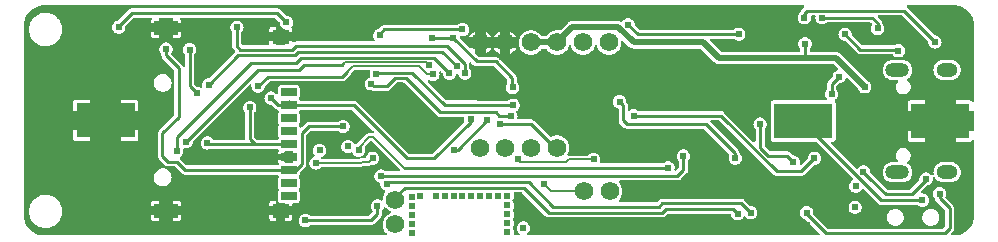
<source format=gbl>
G04 Layer: BottomLayer*
G04 EasyEDA v6.5.29, 2023-07-07 16:20:56*
G04 d9f499156d004e84aee0404722c7e58c,63a96235fadc4189ab89c93b90d034ab,10*
G04 Gerber Generator version 0.2*
G04 Scale: 100 percent, Rotated: No, Reflected: No *
G04 Dimensions in millimeters *
G04 leading zeros omitted , absolute positions ,4 integer and 5 decimal *
%FSLAX45Y45*%
%MOMM*%

%AMMACRO1*21,1,$1,$2,0,0,$3*%
%ADD10C,0.5080*%
%ADD11C,0.2540*%
%ADD12C,0.1280*%
%ADD13C,1.5748*%
%ADD14R,5.0000X3.0000*%
%ADD15MACRO1,0.7X1.3X90.0000*%
%ADD16MACRO1,1.2X1.397X90.0000*%
%ADD17MACRO1,1.2X2X90.0000*%
%ADD18O,1.7999964X1.1999976*%
%ADD19O,1.9999959999999999X1.1999976*%
%ADD20C,0.6096*%
%ADD21C,0.0140*%

%LPD*%
G36*
X-7270089Y7618984D02*
G01*
X-7274001Y7619746D01*
X-7277303Y7621981D01*
X-7331913Y7676591D01*
X-7334250Y7680299D01*
X-7334859Y7684617D01*
X-7333538Y7688834D01*
X-7330541Y7692085D01*
X-7323734Y7696809D01*
X-7316825Y7703769D01*
X-7311186Y7711795D01*
X-7307021Y7720736D01*
X-7304481Y7730185D01*
X-7303617Y7739989D01*
X-7304481Y7749794D01*
X-7305294Y7752842D01*
X-7305548Y7757109D01*
X-7304024Y7761020D01*
X-7301026Y7764018D01*
X-7297115Y7765542D01*
X-7292848Y7765288D01*
X-7289800Y7764475D01*
X-7279995Y7763611D01*
X-7270191Y7764475D01*
X-7260742Y7767015D01*
X-7251801Y7771180D01*
X-7243775Y7776819D01*
X-7236815Y7783728D01*
X-7231176Y7791805D01*
X-7227062Y7800695D01*
X-7224522Y7810195D01*
X-7223810Y7818018D01*
X-7222896Y7821422D01*
X-7220864Y7824317D01*
X-6743293Y8302091D01*
X-6739839Y8304377D01*
X-6735825Y8305088D01*
X-6731812Y8304123D01*
X-6728510Y8301685D01*
X-6726478Y8298129D01*
X-6725970Y8294065D01*
X-6726326Y8289950D01*
X-6725462Y8280196D01*
X-6722922Y8270697D01*
X-6718808Y8261807D01*
X-6713169Y8253730D01*
X-6706209Y8246821D01*
X-6698183Y8241182D01*
X-6689242Y8237016D01*
X-6679793Y8234476D01*
X-6669989Y8233613D01*
X-6660184Y8234476D01*
X-6650736Y8237016D01*
X-6641795Y8241182D01*
X-6633768Y8246821D01*
X-6626809Y8253730D01*
X-6621170Y8261807D01*
X-6617055Y8270697D01*
X-6614515Y8280196D01*
X-6613804Y8288223D01*
X-6612890Y8291626D01*
X-6610858Y8294522D01*
X-6576872Y8328456D01*
X-6573570Y8330692D01*
X-6569709Y8331453D01*
X-5960618Y8331453D01*
X-5952693Y8332216D01*
X-5945479Y8334400D01*
X-5938774Y8337956D01*
X-5932525Y8343036D01*
X-5893104Y8382203D01*
X-5887974Y8388400D01*
X-5884418Y8395055D01*
X-5882995Y8399576D01*
X-5882030Y8401862D01*
X-5880506Y8403793D01*
X-5859576Y8424672D01*
X-5856274Y8426907D01*
X-5852414Y8427669D01*
X-5730290Y8427669D01*
X-5726328Y8426856D01*
X-5722975Y8424570D01*
X-5720791Y8421166D01*
X-5720130Y8417153D01*
X-5721096Y8413242D01*
X-5722924Y8409228D01*
X-5725464Y8399780D01*
X-5726328Y8389975D01*
X-5725464Y8380171D01*
X-5723991Y8374684D01*
X-5723686Y8371128D01*
X-5724601Y8367725D01*
X-5726633Y8364829D01*
X-5729528Y8362848D01*
X-5738164Y8358784D01*
X-5746242Y8353145D01*
X-5753150Y8346236D01*
X-5758789Y8338159D01*
X-5762955Y8329269D01*
X-5765495Y8319770D01*
X-5766358Y8309965D01*
X-5765495Y8300212D01*
X-5762955Y8290712D01*
X-5758789Y8281822D01*
X-5753150Y8273745D01*
X-5746242Y8266836D01*
X-5738164Y8261197D01*
X-5729274Y8257031D01*
X-5719775Y8254492D01*
X-5709970Y8253628D01*
X-5706059Y8253984D01*
X-5702198Y8253577D01*
X-5697524Y8252155D01*
X-5689498Y8251393D01*
X-5580481Y8251393D01*
X-5572455Y8252155D01*
X-5565241Y8254339D01*
X-5558586Y8257946D01*
X-5552338Y8263026D01*
X-5497068Y8318296D01*
X-5493766Y8320531D01*
X-5489854Y8321294D01*
X-5440273Y8321294D01*
X-5436412Y8320531D01*
X-5433110Y8318296D01*
X-5157673Y8043113D01*
X-5151475Y8038033D01*
X-5144770Y8034477D01*
X-5137556Y8032292D01*
X-5129530Y8031480D01*
X-4935524Y8031480D01*
X-4931460Y8030616D01*
X-4928057Y8028178D01*
X-4925923Y8024571D01*
X-4925415Y8020456D01*
X-4926330Y8009991D01*
X-4925466Y8000187D01*
X-4924653Y7997139D01*
X-4924348Y7993634D01*
X-4925263Y7990230D01*
X-4927295Y7987334D01*
X-5193080Y7721549D01*
X-5196382Y7719314D01*
X-5200294Y7718552D01*
X-5389727Y7718552D01*
X-5393588Y7719314D01*
X-5396890Y7721549D01*
X-5832297Y8156956D01*
X-5838545Y8162036D01*
X-5845200Y8165592D01*
X-5852464Y8167776D01*
X-5860542Y8168589D01*
X-6312052Y8167928D01*
X-6316116Y8168792D01*
X-6319520Y8171180D01*
X-6323939Y8178647D01*
X-6325311Y8182152D01*
X-6325311Y8185962D01*
X-6323939Y8189468D01*
X-6321704Y8192973D01*
X-6319824Y8198408D01*
X-6319113Y8204758D01*
X-6319113Y8273592D01*
X-6319824Y8279942D01*
X-6321704Y8285378D01*
X-6324803Y8290306D01*
X-6328867Y8294370D01*
X-6333794Y8297468D01*
X-6339230Y8299348D01*
X-6345580Y8300059D01*
X-6474409Y8300059D01*
X-6480759Y8299348D01*
X-6486194Y8297468D01*
X-6491122Y8294370D01*
X-6495186Y8290306D01*
X-6498285Y8285378D01*
X-6500215Y8279942D01*
X-6500926Y8273592D01*
X-6500926Y8234730D01*
X-6501688Y8230870D01*
X-6503873Y8227568D01*
X-6507175Y8225332D01*
X-6511086Y8224570D01*
X-6514947Y8225332D01*
X-6518249Y8227568D01*
X-6523837Y8233156D01*
X-6531864Y8238794D01*
X-6540804Y8242909D01*
X-6550253Y8245449D01*
X-6560058Y8246313D01*
X-6569862Y8245449D01*
X-6579311Y8242909D01*
X-6588252Y8238794D01*
X-6596278Y8233156D01*
X-6603238Y8226196D01*
X-6608876Y8218170D01*
X-6612991Y8209229D01*
X-6615531Y8199780D01*
X-6616395Y8189975D01*
X-6615531Y8180171D01*
X-6612991Y8170722D01*
X-6608876Y8161781D01*
X-6603238Y8153755D01*
X-6596278Y8146796D01*
X-6588252Y8141157D01*
X-6579311Y8137042D01*
X-6569862Y8134502D01*
X-6561836Y8133791D01*
X-6558432Y8132876D01*
X-6555536Y8130844D01*
X-6526936Y8102244D01*
X-6520688Y8097113D01*
X-6514033Y8093557D01*
X-6505854Y8091068D01*
X-6503111Y8089798D01*
X-6500876Y8087715D01*
X-6498590Y8083194D01*
X-6496354Y8079638D01*
X-6494983Y8076133D01*
X-6494983Y8072374D01*
X-6496354Y8068818D01*
X-6498285Y8065770D01*
X-6500215Y8060334D01*
X-6500926Y8053984D01*
X-6500926Y7985150D01*
X-6500215Y7978800D01*
X-6498285Y7973364D01*
X-6496202Y7970012D01*
X-6494780Y7966506D01*
X-6494780Y7962696D01*
X-6496202Y7959191D01*
X-6498285Y7955838D01*
X-6500215Y7950403D01*
X-6500926Y7944053D01*
X-6500926Y7875219D01*
X-6500215Y7868869D01*
X-6498285Y7863433D01*
X-6496202Y7860080D01*
X-6494830Y7856575D01*
X-6494830Y7852816D01*
X-6496202Y7849260D01*
X-6500723Y7841589D01*
X-6504127Y7839202D01*
X-6508140Y7838338D01*
X-6679793Y7838338D01*
X-6683705Y7839100D01*
X-6687007Y7841335D01*
X-6698386Y7852714D01*
X-6700621Y7856016D01*
X-6701383Y7859928D01*
X-6701383Y8065008D01*
X-6700621Y8068868D01*
X-6698386Y8072170D01*
X-6696811Y8073745D01*
X-6691172Y8081822D01*
X-6687058Y8090712D01*
X-6684518Y8100212D01*
X-6683654Y8109966D01*
X-6684518Y8119770D01*
X-6687058Y8129270D01*
X-6691172Y8138159D01*
X-6696811Y8146237D01*
X-6703771Y8153146D01*
X-6711797Y8158784D01*
X-6720738Y8162950D01*
X-6730187Y8165490D01*
X-6739991Y8166353D01*
X-6749796Y8165490D01*
X-6759244Y8162950D01*
X-6768185Y8158784D01*
X-6776212Y8153146D01*
X-6783171Y8146237D01*
X-6788810Y8138159D01*
X-6792925Y8129270D01*
X-6795465Y8119770D01*
X-6796328Y8109966D01*
X-6795465Y8100212D01*
X-6792925Y8090712D01*
X-6788810Y8081822D01*
X-6783171Y8073745D01*
X-6781596Y8072170D01*
X-6779361Y8068868D01*
X-6778599Y8065008D01*
X-6778599Y7848498D01*
X-6779361Y7844586D01*
X-6781596Y7841335D01*
X-6784848Y7839100D01*
X-6788759Y7838338D01*
X-7046010Y7838338D01*
X-7049211Y7838846D01*
X-7052106Y7840370D01*
X-7054342Y7842656D01*
X-7056831Y7846212D01*
X-7063740Y7853172D01*
X-7071817Y7858810D01*
X-7080707Y7862925D01*
X-7090206Y7865465D01*
X-7099960Y7866329D01*
X-7109764Y7865465D01*
X-7119264Y7862925D01*
X-7128154Y7858810D01*
X-7136231Y7853172D01*
X-7143140Y7846212D01*
X-7148779Y7838186D01*
X-7152944Y7829245D01*
X-7155484Y7819796D01*
X-7156348Y7809992D01*
X-7155484Y7800187D01*
X-7152944Y7790738D01*
X-7148779Y7781798D01*
X-7143140Y7773771D01*
X-7136231Y7766812D01*
X-7128154Y7761173D01*
X-7119264Y7757058D01*
X-7109764Y7754518D01*
X-7099960Y7753654D01*
X-7090206Y7754518D01*
X-7080707Y7757058D01*
X-7074001Y7760157D01*
X-7069734Y7761122D01*
X-6508140Y7761122D01*
X-6504076Y7760258D01*
X-6500723Y7757871D01*
X-6496202Y7750251D01*
X-6494830Y7746746D01*
X-6494830Y7742936D01*
X-6496202Y7739430D01*
X-6498285Y7736128D01*
X-6500215Y7730693D01*
X-6500926Y7724343D01*
X-6500926Y7713776D01*
X-6448856Y7713776D01*
X-6448856Y7728661D01*
X-6448094Y7732572D01*
X-6445859Y7735874D01*
X-6442557Y7738059D01*
X-6438696Y7738821D01*
X-6381292Y7738821D01*
X-6377432Y7738059D01*
X-6374130Y7735874D01*
X-6371945Y7732572D01*
X-6371132Y7728661D01*
X-6371132Y7713776D01*
X-6348730Y7713776D01*
X-6344869Y7713014D01*
X-6341567Y7710779D01*
X-6339382Y7707477D01*
X-6338570Y7703616D01*
X-6338570Y7676235D01*
X-6339382Y7672324D01*
X-6341567Y7669022D01*
X-6344869Y7666837D01*
X-6348730Y7666075D01*
X-6371132Y7666075D01*
X-6371132Y7651343D01*
X-6371945Y7647431D01*
X-6374130Y7644130D01*
X-6377432Y7641945D01*
X-6381292Y7641183D01*
X-6438696Y7641183D01*
X-6442557Y7641945D01*
X-6445859Y7644130D01*
X-6448094Y7647431D01*
X-6448856Y7651343D01*
X-6448856Y7666075D01*
X-6500926Y7666075D01*
X-6500926Y7655509D01*
X-6500215Y7649159D01*
X-6498285Y7643723D01*
X-6496253Y7640523D01*
X-6494881Y7636967D01*
X-6494881Y7633208D01*
X-6496253Y7629702D01*
X-6500672Y7622235D01*
X-6504076Y7619847D01*
X-6508140Y7618984D01*
G37*

%LPD*%
G36*
X-8479129Y7025894D02*
G01*
X-8497519Y7026859D01*
X-8514435Y7029399D01*
X-8530996Y7033564D01*
X-8547049Y7039406D01*
X-8562441Y7046722D01*
X-8577072Y7055561D01*
X-8590788Y7065772D01*
X-8603386Y7077252D01*
X-8614816Y7089952D01*
X-8624976Y7103719D01*
X-8633714Y7118400D01*
X-8640978Y7133844D01*
X-8646668Y7149947D01*
X-8650782Y7166508D01*
X-8653221Y7183424D01*
X-8654084Y7200849D01*
X-8654084Y8799118D01*
X-8653119Y8817559D01*
X-8650579Y8834424D01*
X-8646363Y8850985D01*
X-8640572Y8867038D01*
X-8633256Y8882481D01*
X-8624417Y8897112D01*
X-8614206Y8910777D01*
X-8602675Y8923375D01*
X-8590026Y8934856D01*
X-8576259Y8944965D01*
X-8561578Y8953703D01*
X-8546134Y8960967D01*
X-8530031Y8966657D01*
X-8513470Y8970772D01*
X-8496554Y8973210D01*
X-8479129Y8974074D01*
X-2055012Y8974074D01*
X-2051151Y8973312D01*
X-2047849Y8971076D01*
X-2045665Y8967825D01*
X-2044852Y8963914D01*
X-2045665Y8960002D01*
X-2047849Y8956751D01*
X-2072233Y8932316D01*
X-2077364Y8926068D01*
X-2080920Y8919413D01*
X-2082647Y8913723D01*
X-2083663Y8911437D01*
X-2085187Y8909456D01*
X-2088489Y8906205D01*
X-2094128Y8898178D01*
X-2098243Y8889238D01*
X-2100783Y8879789D01*
X-2101646Y8869984D01*
X-2100783Y8860180D01*
X-2098243Y8850731D01*
X-2094128Y8841790D01*
X-2088489Y8833764D01*
X-2081530Y8826804D01*
X-2073503Y8821166D01*
X-2064562Y8817051D01*
X-2055114Y8814511D01*
X-2045309Y8813647D01*
X-2035505Y8814511D01*
X-2026056Y8817051D01*
X-2017115Y8821166D01*
X-2009089Y8826804D01*
X-2002129Y8833764D01*
X-1996490Y8841790D01*
X-1992375Y8850731D01*
X-1989836Y8860180D01*
X-1988972Y8869984D01*
X-1989886Y8880348D01*
X-1989378Y8884462D01*
X-1987245Y8888069D01*
X-1983841Y8890508D01*
X-1979726Y8891371D01*
X-1960219Y8891371D01*
X-1956155Y8890508D01*
X-1952752Y8888069D01*
X-1950618Y8884462D01*
X-1950110Y8880348D01*
X-1951024Y8869984D01*
X-1950161Y8860180D01*
X-1947621Y8850731D01*
X-1943455Y8841790D01*
X-1937816Y8833764D01*
X-1930907Y8826804D01*
X-1922830Y8821166D01*
X-1913940Y8817051D01*
X-1904441Y8814511D01*
X-1894636Y8813647D01*
X-1884883Y8814511D01*
X-1875383Y8817051D01*
X-1866493Y8821166D01*
X-1858416Y8826804D01*
X-1856841Y8828430D01*
X-1853539Y8830614D01*
X-1849678Y8831376D01*
X-1490218Y8831376D01*
X-1486306Y8830614D01*
X-1483004Y8828379D01*
X-1475333Y8820708D01*
X-1473047Y8817254D01*
X-1472336Y8813190D01*
X-1473301Y8809177D01*
X-1477975Y8799271D01*
X-1480515Y8789822D01*
X-1481378Y8780018D01*
X-1480515Y8770213D01*
X-1477975Y8760764D01*
X-1473809Y8751824D01*
X-1468170Y8743797D01*
X-1461262Y8736838D01*
X-1453184Y8731199D01*
X-1444294Y8727084D01*
X-1434795Y8724544D01*
X-1424990Y8723680D01*
X-1415237Y8724544D01*
X-1405737Y8727084D01*
X-1396847Y8731199D01*
X-1388770Y8736838D01*
X-1381861Y8743797D01*
X-1376222Y8751824D01*
X-1372057Y8760764D01*
X-1369517Y8770213D01*
X-1368653Y8780018D01*
X-1369517Y8789822D01*
X-1372057Y8799271D01*
X-1376222Y8808212D01*
X-1381861Y8816238D01*
X-1383436Y8817813D01*
X-1385417Y8820658D01*
X-1386382Y8824010D01*
X-1387195Y8832545D01*
X-1389380Y8839758D01*
X-1392936Y8846413D01*
X-1398066Y8852662D01*
X-1419453Y8874048D01*
X-1421638Y8877350D01*
X-1422400Y8881211D01*
X-1421638Y8885123D01*
X-1419453Y8888374D01*
X-1416151Y8890609D01*
X-1412240Y8891371D01*
X-1225245Y8891371D01*
X-1221384Y8890609D01*
X-1218082Y8888374D01*
X-999236Y8669528D01*
X-997203Y8666632D01*
X-996289Y8663228D01*
X-995578Y8655202D01*
X-993038Y8645753D01*
X-988872Y8636812D01*
X-983234Y8628786D01*
X-976325Y8621826D01*
X-968248Y8616188D01*
X-959358Y8612073D01*
X-949858Y8609533D01*
X-940053Y8608669D01*
X-930300Y8609533D01*
X-920800Y8612073D01*
X-911910Y8616188D01*
X-903833Y8621826D01*
X-896924Y8628786D01*
X-891286Y8636812D01*
X-887120Y8645753D01*
X-884580Y8655202D01*
X-883716Y8665006D01*
X-884580Y8674811D01*
X-887120Y8684260D01*
X-891286Y8693200D01*
X-896924Y8701227D01*
X-903833Y8708186D01*
X-911910Y8713825D01*
X-920800Y8717940D01*
X-930300Y8720480D01*
X-938326Y8721191D01*
X-941730Y8722106D01*
X-944626Y8724138D01*
X-1177188Y8956751D01*
X-1179423Y8960002D01*
X-1180185Y8963914D01*
X-1179423Y8967825D01*
X-1177188Y8971076D01*
X-1173886Y8973312D01*
X-1170025Y8974074D01*
X-780846Y8974074D01*
X-762457Y8973108D01*
X-745540Y8970568D01*
X-728980Y8966403D01*
X-712927Y8960561D01*
X-697534Y8953246D01*
X-682904Y8944406D01*
X-669188Y8934196D01*
X-656590Y8922715D01*
X-645160Y8910015D01*
X-635000Y8896248D01*
X-626262Y8881567D01*
X-618998Y8866124D01*
X-613308Y8850020D01*
X-609193Y8833459D01*
X-606755Y8816543D01*
X-605891Y8799118D01*
X-605891Y8166303D01*
X-606856Y8162086D01*
X-609447Y8158632D01*
X-613257Y8156549D01*
X-617575Y8156295D01*
X-621639Y8157819D01*
X-628904Y8165185D01*
X-633780Y8168284D01*
X-639267Y8170214D01*
X-645566Y8170925D01*
X-763625Y8170925D01*
X-763625Y8076336D01*
X-616051Y8076336D01*
X-612190Y8075574D01*
X-608888Y8073390D01*
X-606704Y8070088D01*
X-605891Y8066176D01*
X-605891Y7923784D01*
X-606704Y7919923D01*
X-608888Y7916621D01*
X-612190Y7914436D01*
X-616051Y7913624D01*
X-763625Y7913624D01*
X-763625Y7819085D01*
X-645566Y7819085D01*
X-639267Y7819796D01*
X-633780Y7821726D01*
X-628904Y7824774D01*
X-621639Y7832191D01*
X-617575Y7833715D01*
X-613257Y7833461D01*
X-609447Y7831378D01*
X-606856Y7827924D01*
X-605891Y7823657D01*
X-605891Y7200849D01*
X-606856Y7182408D01*
X-609396Y7165543D01*
X-613613Y7148982D01*
X-619404Y7132929D01*
X-626770Y7117486D01*
X-635558Y7102856D01*
X-645769Y7089190D01*
X-657301Y7076592D01*
X-669950Y7065111D01*
X-683717Y7055002D01*
X-698398Y7046264D01*
X-713841Y7039000D01*
X-729945Y7033310D01*
X-746556Y7029196D01*
X-763422Y7026757D01*
X-780846Y7025894D01*
X-794969Y7025894D01*
X-798880Y7026656D01*
X-802132Y7028891D01*
X-804367Y7032142D01*
X-805129Y7036053D01*
X-804367Y7039965D01*
X-802132Y7043216D01*
X-788060Y7057339D01*
X-782929Y7063587D01*
X-779373Y7070242D01*
X-777189Y7077456D01*
X-776376Y7085482D01*
X-776376Y7254494D01*
X-777189Y7262520D01*
X-779373Y7269734D01*
X-782929Y7276439D01*
X-788060Y7282637D01*
X-848106Y7342682D01*
X-850341Y7346137D01*
X-851052Y7350150D01*
X-850087Y7354163D01*
X-847039Y7360716D01*
X-844499Y7370216D01*
X-843635Y7379970D01*
X-844499Y7389774D01*
X-847039Y7399274D01*
X-851204Y7408164D01*
X-856843Y7416241D01*
X-863752Y7423150D01*
X-871829Y7428788D01*
X-880719Y7432954D01*
X-890219Y7435494D01*
X-899972Y7436358D01*
X-909777Y7435494D01*
X-919276Y7432954D01*
X-928166Y7428788D01*
X-936244Y7423150D01*
X-943152Y7416241D01*
X-948791Y7408164D01*
X-952957Y7399274D01*
X-955497Y7389774D01*
X-956360Y7379970D01*
X-955497Y7370216D01*
X-952957Y7360716D01*
X-948791Y7351826D01*
X-943152Y7343749D01*
X-941019Y7341666D01*
X-939037Y7338822D01*
X-938123Y7335469D01*
X-937818Y7332472D01*
X-935634Y7325258D01*
X-932078Y7318603D01*
X-926947Y7312355D01*
X-856589Y7241997D01*
X-854354Y7238695D01*
X-853592Y7234783D01*
X-853592Y7105192D01*
X-854354Y7101331D01*
X-856589Y7098030D01*
X-868019Y7086600D01*
X-871321Y7084364D01*
X-875182Y7083602D01*
X-1844802Y7083602D01*
X-1848662Y7084364D01*
X-1851964Y7086600D01*
X-1966620Y7201204D01*
X-1968957Y7204913D01*
X-1969516Y7209281D01*
X-1968652Y7219492D01*
X-1969516Y7229297D01*
X-1972056Y7238796D01*
X-1976170Y7247686D01*
X-1981809Y7255764D01*
X-1988769Y7262672D01*
X-1996795Y7268311D01*
X-2005736Y7272477D01*
X-2015185Y7275017D01*
X-2024989Y7275880D01*
X-2034793Y7275017D01*
X-2044242Y7272477D01*
X-2053183Y7268311D01*
X-2061210Y7262672D01*
X-2068169Y7255764D01*
X-2073808Y7247686D01*
X-2077923Y7238796D01*
X-2080463Y7229297D01*
X-2081326Y7219492D01*
X-2080463Y7209739D01*
X-2077923Y7200239D01*
X-2073808Y7191349D01*
X-2068169Y7183272D01*
X-2061210Y7176363D01*
X-2053183Y7170724D01*
X-2044242Y7166559D01*
X-2040229Y7165136D01*
X-2038096Y7163511D01*
X-1917852Y7043216D01*
X-1915617Y7039965D01*
X-1914855Y7036053D01*
X-1915617Y7032142D01*
X-1917852Y7028891D01*
X-1921103Y7026656D01*
X-1925015Y7025894D01*
X-4385919Y7025894D01*
X-4390085Y7026808D01*
X-4393539Y7029297D01*
X-4395622Y7033006D01*
X-4396028Y7037222D01*
X-4394657Y7041286D01*
X-4391761Y7044385D01*
X-4388256Y7046823D01*
X-4381347Y7053732D01*
X-4375708Y7061809D01*
X-4371543Y7070699D01*
X-4369003Y7080199D01*
X-4368139Y7089952D01*
X-4369003Y7099757D01*
X-4371543Y7109256D01*
X-4375708Y7118146D01*
X-4381347Y7126224D01*
X-4388256Y7133132D01*
X-4396333Y7138771D01*
X-4405223Y7142937D01*
X-4414723Y7145477D01*
X-4424476Y7146340D01*
X-4434281Y7145477D01*
X-4443780Y7142937D01*
X-4452670Y7138771D01*
X-4460748Y7133132D01*
X-4467656Y7126224D01*
X-4473295Y7118146D01*
X-4477461Y7109256D01*
X-4480001Y7099757D01*
X-4480864Y7089952D01*
X-4480001Y7080199D01*
X-4477461Y7070699D01*
X-4473295Y7061809D01*
X-4467656Y7053732D01*
X-4460748Y7046823D01*
X-4457242Y7044385D01*
X-4454347Y7041286D01*
X-4452975Y7037222D01*
X-4453382Y7033006D01*
X-4455464Y7029297D01*
X-4458919Y7026808D01*
X-4463084Y7025894D01*
X-4496460Y7025894D01*
X-4500118Y7026554D01*
X-4503267Y7028484D01*
X-4505502Y7031431D01*
X-4506569Y7034987D01*
X-4506264Y7038695D01*
X-4504537Y7045198D01*
X-4503674Y7055002D01*
X-4504537Y7064806D01*
X-4507077Y7074255D01*
X-4511192Y7083196D01*
X-4513681Y7086701D01*
X-4515307Y7090460D01*
X-4515307Y7094575D01*
X-4513681Y7098334D01*
X-4511192Y7101840D01*
X-4507077Y7110730D01*
X-4504537Y7120229D01*
X-4503674Y7129983D01*
X-4504537Y7139787D01*
X-4507077Y7149287D01*
X-4511192Y7158177D01*
X-4513681Y7161682D01*
X-4515307Y7165441D01*
X-4515307Y7169556D01*
X-4513681Y7173315D01*
X-4511192Y7176820D01*
X-4507077Y7185761D01*
X-4504537Y7195210D01*
X-4503674Y7205014D01*
X-4504537Y7214819D01*
X-4507077Y7224268D01*
X-4511192Y7233208D01*
X-4513630Y7236663D01*
X-4515256Y7240473D01*
X-4515256Y7244537D01*
X-4513630Y7248347D01*
X-4511192Y7251801D01*
X-4507077Y7260742D01*
X-4504537Y7270191D01*
X-4503674Y7279995D01*
X-4504537Y7289800D01*
X-4507077Y7299248D01*
X-4511192Y7308189D01*
X-4515408Y7314184D01*
X-4517034Y7317943D01*
X-4517034Y7322058D01*
X-4515408Y7325817D01*
X-4511192Y7331811D01*
X-4507077Y7340752D01*
X-4504537Y7350201D01*
X-4503674Y7360005D01*
X-4504537Y7369809D01*
X-4506874Y7378598D01*
X-4507179Y7382256D01*
X-4506112Y7385812D01*
X-4503877Y7388758D01*
X-4500727Y7390688D01*
X-4497070Y7391400D01*
X-4440174Y7391400D01*
X-4436313Y7390587D01*
X-4433011Y7388402D01*
X-4237634Y7193025D01*
X-4231436Y7187946D01*
X-4224731Y7184339D01*
X-4217517Y7182154D01*
X-4209491Y7181392D01*
X-3250488Y7181392D01*
X-3242462Y7182154D01*
X-3235248Y7184339D01*
X-3228594Y7187946D01*
X-3222345Y7193025D01*
X-3206953Y7208418D01*
X-3203702Y7210602D01*
X-3199790Y7211364D01*
X-2675788Y7211364D01*
X-2672080Y7210704D01*
X-2668930Y7208723D01*
X-2666695Y7205725D01*
X-2665679Y7202119D01*
X-2665476Y7200188D01*
X-2662936Y7190740D01*
X-2658821Y7181799D01*
X-2653182Y7173772D01*
X-2646222Y7166813D01*
X-2638196Y7161174D01*
X-2629255Y7157059D01*
X-2619806Y7154519D01*
X-2610002Y7153656D01*
X-2600198Y7154519D01*
X-2590749Y7157059D01*
X-2581808Y7161174D01*
X-2573782Y7166813D01*
X-2566822Y7173772D01*
X-2560878Y7182510D01*
X-2558338Y7185863D01*
X-2554630Y7187895D01*
X-2550414Y7188301D01*
X-2546451Y7186930D01*
X-2536240Y7176820D01*
X-2528163Y7171181D01*
X-2519273Y7167016D01*
X-2509774Y7164476D01*
X-2499969Y7163612D01*
X-2490216Y7164476D01*
X-2480716Y7167016D01*
X-2471826Y7171181D01*
X-2463749Y7176820D01*
X-2456840Y7183729D01*
X-2451201Y7191806D01*
X-2447036Y7200696D01*
X-2444496Y7210196D01*
X-2443632Y7219950D01*
X-2444496Y7229754D01*
X-2447036Y7239253D01*
X-2451201Y7248144D01*
X-2456840Y7256221D01*
X-2463749Y7263130D01*
X-2471826Y7268768D01*
X-2480716Y7272934D01*
X-2490216Y7275474D01*
X-2498293Y7276185D01*
X-2501696Y7277100D01*
X-2504592Y7279131D01*
X-2552192Y7326884D01*
X-2558389Y7331964D01*
X-2565044Y7335570D01*
X-2572308Y7337755D01*
X-2580386Y7338568D01*
X-3249422Y7338568D01*
X-3257448Y7337755D01*
X-3264662Y7335570D01*
X-3271367Y7332014D01*
X-3277565Y7326884D01*
X-3292906Y7311593D01*
X-3296208Y7309358D01*
X-3300120Y7308596D01*
X-3608933Y7308596D01*
X-3612692Y7309307D01*
X-3615944Y7311440D01*
X-3618179Y7314590D01*
X-3619042Y7318298D01*
X-3618484Y7322108D01*
X-3616553Y7325461D01*
X-3607003Y7336332D01*
X-3599383Y7347712D01*
X-3593337Y7359954D01*
X-3588969Y7372908D01*
X-3586276Y7386370D01*
X-3585362Y7399985D01*
X-3586276Y7413650D01*
X-3588969Y7427061D01*
X-3593337Y7440066D01*
X-3599383Y7452309D01*
X-3607003Y7463688D01*
X-3616604Y7474610D01*
X-3618534Y7477912D01*
X-3619144Y7481722D01*
X-3618229Y7485481D01*
X-3615994Y7488631D01*
X-3612743Y7490764D01*
X-3608984Y7491475D01*
X-3120390Y7491475D01*
X-3112363Y7492288D01*
X-3105150Y7494473D01*
X-3098495Y7498029D01*
X-3092246Y7503159D01*
X-3043021Y7552334D01*
X-3037941Y7558582D01*
X-3034385Y7565237D01*
X-3032150Y7572451D01*
X-3031388Y7580477D01*
X-3031388Y7655001D01*
X-3030626Y7658912D01*
X-3028391Y7662164D01*
X-3026816Y7663738D01*
X-3021177Y7671816D01*
X-3017062Y7680706D01*
X-3014522Y7690205D01*
X-3013659Y7699959D01*
X-3014522Y7709763D01*
X-3017062Y7719263D01*
X-3021177Y7728153D01*
X-3026816Y7736230D01*
X-3033776Y7743139D01*
X-3041802Y7748778D01*
X-3050743Y7752943D01*
X-3060192Y7755483D01*
X-3069996Y7756347D01*
X-3079800Y7755483D01*
X-3089249Y7752943D01*
X-3098190Y7748778D01*
X-3106216Y7743139D01*
X-3113176Y7736230D01*
X-3118815Y7728153D01*
X-3122930Y7719263D01*
X-3125470Y7709763D01*
X-3126333Y7699959D01*
X-3125470Y7690205D01*
X-3122930Y7680706D01*
X-3118815Y7671816D01*
X-3113176Y7663738D01*
X-3111601Y7662164D01*
X-3109366Y7658862D01*
X-3108604Y7655001D01*
X-3108604Y7600188D01*
X-3109366Y7596276D01*
X-3111601Y7593025D01*
X-3128721Y7575854D01*
X-3132429Y7573518D01*
X-3136798Y7572908D01*
X-3140964Y7574229D01*
X-3144215Y7577226D01*
X-3145891Y7581290D01*
X-3145688Y7585659D01*
X-3144520Y7590180D01*
X-3143656Y7599984D01*
X-3144520Y7609789D01*
X-3147060Y7619238D01*
X-3151174Y7628178D01*
X-3156813Y7636205D01*
X-3163773Y7643164D01*
X-3171799Y7648803D01*
X-3180740Y7652918D01*
X-3190189Y7655458D01*
X-3199993Y7656322D01*
X-3209798Y7655458D01*
X-3219246Y7652918D01*
X-3228187Y7648803D01*
X-3236214Y7643164D01*
X-3237788Y7641590D01*
X-3241090Y7639354D01*
X-3245002Y7638592D01*
X-3767074Y7638592D01*
X-3770680Y7639253D01*
X-3773830Y7641183D01*
X-3776116Y7644130D01*
X-3777132Y7647686D01*
X-3776878Y7651394D01*
X-3774490Y7660182D01*
X-3773627Y7669987D01*
X-3774490Y7679791D01*
X-3777030Y7689240D01*
X-3781196Y7698181D01*
X-3786835Y7706207D01*
X-3793744Y7713167D01*
X-3801821Y7718806D01*
X-3810711Y7722920D01*
X-3820210Y7725460D01*
X-3829964Y7726324D01*
X-3839768Y7725460D01*
X-3849268Y7722920D01*
X-3858158Y7718806D01*
X-3866184Y7713167D01*
X-3873957Y7705293D01*
X-3877259Y7703058D01*
X-3881170Y7702296D01*
X-4039920Y7702296D01*
X-4042918Y7702702D01*
X-4046220Y7704175D01*
X-4048861Y7706715D01*
X-4050385Y7710017D01*
X-4050690Y7713624D01*
X-4049674Y7717078D01*
X-4043324Y7729981D01*
X-4038955Y7742936D01*
X-4036263Y7756347D01*
X-4035348Y7770012D01*
X-4036263Y7783677D01*
X-4038955Y7797088D01*
X-4043324Y7810042D01*
X-4049369Y7822336D01*
X-4056989Y7833715D01*
X-4066032Y7843977D01*
X-4076293Y7853019D01*
X-4087672Y7860639D01*
X-4099966Y7866684D01*
X-4112920Y7871053D01*
X-4126331Y7873746D01*
X-4139996Y7874660D01*
X-4153662Y7873746D01*
X-4167073Y7871053D01*
X-4180027Y7866684D01*
X-4188256Y7862620D01*
X-4192320Y7861553D01*
X-4196435Y7862265D01*
X-4199940Y7864551D01*
X-4332325Y7996936D01*
X-4338574Y8002066D01*
X-4345228Y8005622D01*
X-4352493Y8007807D01*
X-4360468Y8008569D01*
X-4467047Y8008569D01*
X-4470704Y8009280D01*
X-4473854Y8011210D01*
X-4476089Y8014157D01*
X-4477156Y8017662D01*
X-4476851Y8021370D01*
X-4474514Y8030209D01*
X-4473651Y8039963D01*
X-4474514Y8049768D01*
X-4477054Y8059267D01*
X-4483303Y8072526D01*
X-4483354Y8076488D01*
X-4481931Y8080146D01*
X-4479188Y8083042D01*
X-4473752Y8086801D01*
X-4466844Y8093760D01*
X-4461205Y8101787D01*
X-4457039Y8110728D01*
X-4454499Y8120176D01*
X-4453636Y8129981D01*
X-4454499Y8139785D01*
X-4457039Y8149234D01*
X-4461205Y8158175D01*
X-4466844Y8166201D01*
X-4473752Y8173161D01*
X-4481830Y8178800D01*
X-4490720Y8182914D01*
X-4500219Y8185454D01*
X-4509973Y8186318D01*
X-4519777Y8185454D01*
X-4529277Y8182914D01*
X-4538167Y8178800D01*
X-4546244Y8173161D01*
X-4547819Y8171586D01*
X-4551121Y8169351D01*
X-4554982Y8168589D01*
X-5069687Y8168640D01*
X-5073599Y8169402D01*
X-5076901Y8171637D01*
X-5230418Y8325154D01*
X-5232654Y8328507D01*
X-5233416Y8332470D01*
X-5232552Y8336381D01*
X-5230266Y8339683D01*
X-5226812Y8341817D01*
X-5222849Y8342477D01*
X-5218938Y8341563D01*
X-5209235Y8337042D01*
X-5199786Y8334502D01*
X-5189982Y8333638D01*
X-5180177Y8334502D01*
X-5170728Y8337042D01*
X-5161788Y8341156D01*
X-5153761Y8346795D01*
X-5146802Y8353755D01*
X-5141163Y8361781D01*
X-5137048Y8370722D01*
X-5134508Y8380171D01*
X-5133644Y8389975D01*
X-5134508Y8399780D01*
X-5135676Y8404301D01*
X-5135880Y8408670D01*
X-5134203Y8412734D01*
X-5130952Y8415731D01*
X-5126786Y8417052D01*
X-5122418Y8416442D01*
X-5118709Y8414105D01*
X-5109108Y8404504D01*
X-5107076Y8401608D01*
X-5106162Y8398205D01*
X-5105450Y8390178D01*
X-5102910Y8380730D01*
X-5098796Y8371789D01*
X-5093157Y8363762D01*
X-5086197Y8356803D01*
X-5078171Y8351164D01*
X-5069230Y8347049D01*
X-5059781Y8344509D01*
X-5049977Y8343646D01*
X-5040172Y8344509D01*
X-5030724Y8347049D01*
X-5021783Y8351164D01*
X-5013756Y8356803D01*
X-5006797Y8363762D01*
X-5001158Y8371789D01*
X-4997043Y8380730D01*
X-4994808Y8389061D01*
X-4992776Y8392972D01*
X-4989271Y8395614D01*
X-4984953Y8396579D01*
X-4980686Y8395614D01*
X-4977180Y8392972D01*
X-4975148Y8389061D01*
X-4972913Y8380730D01*
X-4968798Y8371789D01*
X-4963160Y8363762D01*
X-4956200Y8356803D01*
X-4948174Y8351164D01*
X-4939233Y8347049D01*
X-4929784Y8344509D01*
X-4919980Y8343646D01*
X-4910175Y8344509D01*
X-4900726Y8347049D01*
X-4891786Y8351164D01*
X-4883759Y8356803D01*
X-4876800Y8363762D01*
X-4871161Y8371789D01*
X-4867046Y8380730D01*
X-4864506Y8390178D01*
X-4863642Y8399983D01*
X-4864506Y8409787D01*
X-4867046Y8419236D01*
X-4871161Y8428177D01*
X-4876800Y8436203D01*
X-4878374Y8437778D01*
X-4880610Y8441080D01*
X-4881372Y8444992D01*
X-4881372Y8479536D01*
X-4881575Y8481720D01*
X-4881168Y8485835D01*
X-4879136Y8489391D01*
X-4875834Y8491880D01*
X-4871821Y8492845D01*
X-4867757Y8492134D01*
X-4864303Y8489899D01*
X-4847539Y8473135D01*
X-4841341Y8468055D01*
X-4834636Y8464499D01*
X-4827422Y8462264D01*
X-4819396Y8461502D01*
X-4680102Y8461502D01*
X-4676241Y8460740D01*
X-4672939Y8458504D01*
X-4561484Y8346897D01*
X-4559300Y8343595D01*
X-4558538Y8339734D01*
X-4558538Y8319566D01*
X-4558995Y8316518D01*
X-4560366Y8313775D01*
X-4564278Y8308187D01*
X-4568444Y8299246D01*
X-4570984Y8289798D01*
X-4571847Y8279993D01*
X-4570984Y8270189D01*
X-4568444Y8260740D01*
X-4564278Y8251799D01*
X-4558639Y8243773D01*
X-4551730Y8236813D01*
X-4543653Y8231174D01*
X-4534763Y8227059D01*
X-4525264Y8224520D01*
X-4515459Y8223656D01*
X-4505706Y8224520D01*
X-4496206Y8227059D01*
X-4487316Y8231174D01*
X-4479239Y8236813D01*
X-4472330Y8243773D01*
X-4466691Y8251799D01*
X-4462526Y8260740D01*
X-4459986Y8270189D01*
X-4459122Y8279993D01*
X-4459986Y8289798D01*
X-4462526Y8299246D01*
X-4466691Y8308187D01*
X-4472330Y8316214D01*
X-4478324Y8322259D01*
X-4480560Y8325561D01*
X-4481322Y8329422D01*
X-4481322Y8359394D01*
X-4482084Y8367369D01*
X-4484268Y8374634D01*
X-4487875Y8381288D01*
X-4492955Y8387537D01*
X-4632198Y8527034D01*
X-4638446Y8532164D01*
X-4645101Y8535720D01*
X-4652314Y8537905D01*
X-4660341Y8538718D01*
X-4799685Y8538718D01*
X-4803597Y8539480D01*
X-4806899Y8541715D01*
X-4832756Y8567521D01*
X-4834940Y8570823D01*
X-4835702Y8574735D01*
X-4835702Y8614308D01*
X-4875276Y8614308D01*
X-4879187Y8615070D01*
X-4882438Y8617254D01*
X-4960620Y8695436D01*
X-4962652Y8698331D01*
X-4963566Y8701735D01*
X-4963769Y8704122D01*
X-4963363Y8707983D01*
X-4961585Y8711387D01*
X-4958588Y8713876D01*
X-4954930Y8715095D01*
X-4939995Y8713622D01*
X-4930190Y8714486D01*
X-4920742Y8717026D01*
X-4911801Y8721191D01*
X-4903774Y8726830D01*
X-4896815Y8733739D01*
X-4891176Y8741816D01*
X-4887061Y8750706D01*
X-4884521Y8760206D01*
X-4883658Y8769959D01*
X-4884521Y8779764D01*
X-4887061Y8789263D01*
X-4891176Y8798153D01*
X-4896815Y8806230D01*
X-4903774Y8813139D01*
X-4911801Y8818778D01*
X-4920742Y8822944D01*
X-4930190Y8825484D01*
X-4939995Y8826347D01*
X-4949799Y8825484D01*
X-4959248Y8822944D01*
X-4968189Y8818778D01*
X-4976215Y8813139D01*
X-4977790Y8811564D01*
X-4981092Y8809380D01*
X-4985004Y8808567D01*
X-5599480Y8808567D01*
X-5607507Y8807805D01*
X-5614771Y8805621D01*
X-5621426Y8802065D01*
X-5627624Y8796934D01*
X-5646928Y8777681D01*
X-5649010Y8776055D01*
X-5651449Y8775039D01*
X-5659272Y8772956D01*
X-5668162Y8768791D01*
X-5676239Y8763152D01*
X-5683148Y8756243D01*
X-5688787Y8748166D01*
X-5692952Y8739276D01*
X-5695492Y8729776D01*
X-5696356Y8719972D01*
X-5695492Y8710218D01*
X-5692952Y8700719D01*
X-5688787Y8691829D01*
X-5683656Y8684514D01*
X-5681980Y8680450D01*
X-5682183Y8676030D01*
X-5684215Y8672118D01*
X-5687669Y8669477D01*
X-5691987Y8668512D01*
X-6349542Y8668512D01*
X-6357569Y8667699D01*
X-6364833Y8665514D01*
X-6369100Y8663228D01*
X-6373114Y8662060D01*
X-6377228Y8662568D01*
X-6380784Y8664702D01*
X-6383223Y8668105D01*
X-6384086Y8672169D01*
X-6438544Y8672169D01*
X-6438544Y8648750D01*
X-6439306Y8644839D01*
X-6441541Y8641588D01*
X-6444843Y8639352D01*
X-6448704Y8638590D01*
X-6510934Y8638590D01*
X-6514846Y8639352D01*
X-6518148Y8641588D01*
X-6520332Y8644839D01*
X-6521094Y8648750D01*
X-6521094Y8672169D01*
X-6575602Y8672169D01*
X-6575602Y8648750D01*
X-6576364Y8644839D01*
X-6578549Y8641588D01*
X-6581851Y8639352D01*
X-6585762Y8638590D01*
X-6799783Y8638590D01*
X-6803694Y8639352D01*
X-6806946Y8641588D01*
X-6808419Y8643010D01*
X-6810603Y8646312D01*
X-6811365Y8650173D01*
X-6811365Y8744966D01*
X-6810603Y8748877D01*
X-6808419Y8752179D01*
X-6806793Y8753754D01*
X-6801154Y8761780D01*
X-6797040Y8770721D01*
X-6794500Y8780170D01*
X-6793636Y8789974D01*
X-6794500Y8799779D01*
X-6797040Y8809228D01*
X-6801154Y8818168D01*
X-6806793Y8826195D01*
X-6813753Y8833154D01*
X-6821779Y8838793D01*
X-6830720Y8842908D01*
X-6840169Y8845448D01*
X-6849973Y8846312D01*
X-6859778Y8845448D01*
X-6869226Y8842908D01*
X-6878167Y8838793D01*
X-6886194Y8833154D01*
X-6893153Y8826195D01*
X-6898792Y8818168D01*
X-6902907Y8809228D01*
X-6905447Y8799779D01*
X-6906310Y8789974D01*
X-6905447Y8780170D01*
X-6902907Y8770721D01*
X-6898792Y8761780D01*
X-6893153Y8753754D01*
X-6891578Y8752179D01*
X-6889343Y8748877D01*
X-6888581Y8745016D01*
X-6888581Y8630462D01*
X-6887819Y8622436D01*
X-6885635Y8615222D01*
X-6882028Y8608568D01*
X-6876948Y8602319D01*
X-6866686Y8592108D01*
X-6864400Y8588603D01*
X-6863740Y8584438D01*
X-6864807Y8580374D01*
X-6867702Y8576818D01*
X-7085431Y8359089D01*
X-7088327Y8357108D01*
X-7091730Y8356193D01*
X-7099757Y8355482D01*
X-7109256Y8352942D01*
X-7118146Y8348776D01*
X-7126224Y8343138D01*
X-7133132Y8336229D01*
X-7138771Y8328152D01*
X-7142937Y8319262D01*
X-7145477Y8309762D01*
X-7146340Y8299958D01*
X-7144918Y8284921D01*
X-7146340Y8281060D01*
X-7149134Y8278063D01*
X-7152894Y8276437D01*
X-7157008Y8276437D01*
X-7170724Y8282940D01*
X-7180173Y8285480D01*
X-7188200Y8286191D01*
X-7191603Y8287105D01*
X-7194499Y8289137D01*
X-7208418Y8303006D01*
X-7210602Y8306308D01*
X-7211364Y8310168D01*
X-7211364Y8554974D01*
X-7210602Y8558885D01*
X-7208418Y8562187D01*
X-7206792Y8563762D01*
X-7201153Y8571788D01*
X-7197039Y8580729D01*
X-7194499Y8590178D01*
X-7193635Y8599982D01*
X-7194499Y8609787D01*
X-7197039Y8619236D01*
X-7201153Y8628176D01*
X-7206792Y8636203D01*
X-7213752Y8643162D01*
X-7221778Y8648801D01*
X-7230719Y8652916D01*
X-7240168Y8655456D01*
X-7249972Y8656320D01*
X-7259777Y8655456D01*
X-7269225Y8652916D01*
X-7278166Y8648801D01*
X-7286193Y8643162D01*
X-7293152Y8636203D01*
X-7298791Y8628176D01*
X-7302906Y8619236D01*
X-7305446Y8609787D01*
X-7306309Y8599982D01*
X-7305446Y8590178D01*
X-7302906Y8580729D01*
X-7298791Y8571788D01*
X-7293152Y8563762D01*
X-7291578Y8562187D01*
X-7289342Y8558885D01*
X-7288580Y8555024D01*
X-7288580Y8465820D01*
X-7289546Y8461451D01*
X-7292289Y8457946D01*
X-7296302Y8455964D01*
X-7300722Y8455812D01*
X-7304786Y8457641D01*
X-7313015Y8467648D01*
X-7403998Y8558580D01*
X-7406030Y8561476D01*
X-7406944Y8564880D01*
X-7406640Y8568385D01*
X-7405116Y8571585D01*
X-7401153Y8577275D01*
X-7397038Y8586165D01*
X-7394498Y8595664D01*
X-7393635Y8605418D01*
X-7394498Y8615222D01*
X-7397038Y8624722D01*
X-7401153Y8633612D01*
X-7406792Y8641689D01*
X-7413752Y8648598D01*
X-7421778Y8654237D01*
X-7430719Y8658402D01*
X-7440168Y8660942D01*
X-7449972Y8661806D01*
X-7459776Y8660942D01*
X-7469225Y8658402D01*
X-7478166Y8654237D01*
X-7486192Y8648598D01*
X-7493152Y8641689D01*
X-7498791Y8633612D01*
X-7502906Y8624722D01*
X-7505446Y8615222D01*
X-7506309Y8605418D01*
X-7505446Y8595664D01*
X-7502906Y8586165D01*
X-7498791Y8577275D01*
X-7493152Y8569198D01*
X-7491577Y8567674D01*
X-7489342Y8564372D01*
X-7488580Y8560460D01*
X-7488580Y8550503D01*
X-7487818Y8542477D01*
X-7485634Y8535212D01*
X-7482027Y8528558D01*
X-7476947Y8522309D01*
X-7381544Y8426958D01*
X-7379360Y8423656D01*
X-7378598Y8419795D01*
X-7378598Y8050174D01*
X-7379360Y8046313D01*
X-7381544Y8043011D01*
X-7506919Y7917637D01*
X-7512050Y7911388D01*
X-7515606Y7904734D01*
X-7517790Y7897520D01*
X-7518603Y7889494D01*
X-7518603Y7700467D01*
X-7517790Y7692440D01*
X-7515606Y7685227D01*
X-7512050Y7678572D01*
X-7506919Y7672324D01*
X-7457643Y7623048D01*
X-7451394Y7617917D01*
X-7444740Y7614361D01*
X-7437526Y7612176D01*
X-7429500Y7611364D01*
X-7380122Y7611364D01*
X-7376210Y7610602D01*
X-7372908Y7608417D01*
X-7317943Y7553452D01*
X-7311745Y7548321D01*
X-7305040Y7544765D01*
X-7297826Y7542580D01*
X-7289800Y7541768D01*
X-6508191Y7541768D01*
X-6504127Y7540904D01*
X-6500723Y7538516D01*
X-6496202Y7530795D01*
X-6494830Y7527239D01*
X-6494830Y7523480D01*
X-6496202Y7519974D01*
X-6498285Y7516672D01*
X-6500215Y7511237D01*
X-6500926Y7504887D01*
X-6500926Y7436053D01*
X-6500215Y7429703D01*
X-6498285Y7424267D01*
X-6496050Y7420660D01*
X-6494678Y7417155D01*
X-6494678Y7413396D01*
X-6496050Y7409840D01*
X-6498285Y7406284D01*
X-6500215Y7400848D01*
X-6500926Y7394498D01*
X-6500926Y7331354D01*
X-6501688Y7327544D01*
X-6500876Y7325106D01*
X-6500215Y7319314D01*
X-6498285Y7313879D01*
X-6495186Y7308951D01*
X-6491122Y7304887D01*
X-6486194Y7301788D01*
X-6480759Y7299858D01*
X-6474409Y7299147D01*
X-6448704Y7299147D01*
X-6444843Y7298385D01*
X-6441541Y7296200D01*
X-6439306Y7292898D01*
X-6438544Y7288987D01*
X-6438544Y7271664D01*
X-6384086Y7271664D01*
X-6384086Y7288987D01*
X-6383324Y7292898D01*
X-6381089Y7296200D01*
X-6377787Y7298385D01*
X-6373926Y7299147D01*
X-6345580Y7299147D01*
X-6339230Y7299858D01*
X-6333794Y7301788D01*
X-6328867Y7304887D01*
X-6324803Y7308951D01*
X-6321704Y7313879D01*
X-6319824Y7319314D01*
X-6319113Y7325664D01*
X-6319113Y7394498D01*
X-6319824Y7400848D01*
X-6321704Y7406284D01*
X-6323939Y7409840D01*
X-6325362Y7413396D01*
X-6325362Y7417155D01*
X-6323939Y7420660D01*
X-6321704Y7424267D01*
X-6319824Y7429703D01*
X-6319113Y7436053D01*
X-6319113Y7504887D01*
X-6319824Y7511237D01*
X-6321704Y7516672D01*
X-6323787Y7519974D01*
X-6325158Y7523480D01*
X-6325158Y7527239D01*
X-6323787Y7530795D01*
X-6321704Y7534046D01*
X-6319824Y7539532D01*
X-6319113Y7545831D01*
X-6319113Y7552080D01*
X-6318300Y7555941D01*
X-6316116Y7559243D01*
X-6273038Y7602321D01*
X-6267907Y7608570D01*
X-6264351Y7615224D01*
X-6262166Y7622438D01*
X-6261354Y7630464D01*
X-6261354Y7869783D01*
X-6260592Y7873695D01*
X-6258407Y7876946D01*
X-6226962Y7908391D01*
X-6223660Y7910626D01*
X-6219799Y7911388D01*
X-5994958Y7911388D01*
X-5991098Y7910626D01*
X-5987796Y7908391D01*
X-5986221Y7906816D01*
X-5978144Y7901178D01*
X-5969254Y7897012D01*
X-5959754Y7894472D01*
X-5949950Y7893608D01*
X-5940196Y7894472D01*
X-5930696Y7897012D01*
X-5921806Y7901178D01*
X-5913729Y7906816D01*
X-5906820Y7913725D01*
X-5901182Y7921802D01*
X-5897016Y7930692D01*
X-5894476Y7940192D01*
X-5893612Y7949946D01*
X-5894476Y7959750D01*
X-5897016Y7969250D01*
X-5901182Y7978140D01*
X-5906820Y7986217D01*
X-5913729Y7993125D01*
X-5921806Y7998764D01*
X-5930696Y8002930D01*
X-5940196Y8005470D01*
X-5949950Y8006334D01*
X-5959754Y8005470D01*
X-5969254Y8002930D01*
X-5978144Y7998764D01*
X-5986221Y7993125D01*
X-5987745Y7991551D01*
X-5991047Y7989366D01*
X-5994958Y7988604D01*
X-6239510Y7988604D01*
X-6247485Y7987792D01*
X-6254750Y7985607D01*
X-6261404Y7982051D01*
X-6267653Y7976920D01*
X-6302298Y7942275D01*
X-6305397Y7940141D01*
X-6309106Y7939328D01*
X-6312814Y7939887D01*
X-6316116Y7941767D01*
X-6318453Y7944713D01*
X-6319570Y7948320D01*
X-6319824Y7950403D01*
X-6321704Y7955838D01*
X-6323838Y7959191D01*
X-6325209Y7962696D01*
X-6325209Y7966506D01*
X-6323838Y7970012D01*
X-6321704Y7973364D01*
X-6319824Y7978800D01*
X-6319113Y7985150D01*
X-6319113Y8053984D01*
X-6319824Y8060334D01*
X-6321704Y8065770D01*
X-6323838Y8069122D01*
X-6325209Y8072628D01*
X-6325209Y8076438D01*
X-6323838Y8079943D01*
X-6319418Y8087461D01*
X-6316065Y8089900D01*
X-6312001Y8090712D01*
X-5880150Y8091322D01*
X-5876239Y8090560D01*
X-5872937Y8088375D01*
X-5694222Y7909661D01*
X-5692038Y7906359D01*
X-5691276Y7902448D01*
X-5692038Y7898587D01*
X-5694222Y7895285D01*
X-5697524Y7893100D01*
X-5701436Y7892288D01*
X-5729478Y7892288D01*
X-5736691Y7891525D01*
X-5743143Y7889443D01*
X-5749086Y7886039D01*
X-5753150Y7882585D01*
X-5828487Y7807198D01*
X-5830570Y7805623D01*
X-5833059Y7804607D01*
X-5839256Y7802930D01*
X-5846064Y7799730D01*
X-5849924Y7798816D01*
X-5853836Y7799425D01*
X-5857240Y7801457D01*
X-5859576Y7804658D01*
X-5861202Y7808163D01*
X-5866841Y7816240D01*
X-5873750Y7823149D01*
X-5881827Y7828788D01*
X-5890717Y7832953D01*
X-5900216Y7835493D01*
X-5909970Y7836357D01*
X-5919774Y7835493D01*
X-5929274Y7832953D01*
X-5938164Y7828788D01*
X-5946241Y7823149D01*
X-5953150Y7816240D01*
X-5958789Y7808163D01*
X-5962954Y7799273D01*
X-5965494Y7789773D01*
X-5966358Y7779969D01*
X-5965494Y7770215D01*
X-5962954Y7760716D01*
X-5958789Y7751825D01*
X-5953150Y7743748D01*
X-5946241Y7736840D01*
X-5938164Y7731201D01*
X-5929274Y7727035D01*
X-5919774Y7724495D01*
X-5909970Y7723631D01*
X-5900216Y7724495D01*
X-5890717Y7727035D01*
X-5883910Y7730236D01*
X-5880049Y7731150D01*
X-5876137Y7730540D01*
X-5872734Y7728508D01*
X-5870397Y7725308D01*
X-5868771Y7721803D01*
X-5863132Y7713725D01*
X-5856224Y7706817D01*
X-5848146Y7701178D01*
X-5839256Y7697012D01*
X-5829757Y7694472D01*
X-5819952Y7693609D01*
X-5816244Y7693964D01*
X-5812028Y7693406D01*
X-5808370Y7691170D01*
X-5805932Y7687614D01*
X-5805220Y7683398D01*
X-5806338Y7679232D01*
X-5809030Y7675880D01*
X-5813704Y7672882D01*
X-5817108Y7672273D01*
X-6128816Y7672273D01*
X-6132728Y7673086D01*
X-6137046Y7676337D01*
X-6139332Y7679893D01*
X-6139992Y7684058D01*
X-6138875Y7688122D01*
X-6136233Y7691374D01*
X-6132474Y7693304D01*
X-6130747Y7693761D01*
X-6121806Y7697927D01*
X-6113780Y7703566D01*
X-6106820Y7710474D01*
X-6101181Y7718552D01*
X-6097066Y7727442D01*
X-6094526Y7736941D01*
X-6093663Y7746695D01*
X-6094526Y7756499D01*
X-6097066Y7765999D01*
X-6101181Y7774889D01*
X-6106820Y7782966D01*
X-6113780Y7789875D01*
X-6121806Y7795514D01*
X-6130747Y7799679D01*
X-6140196Y7802219D01*
X-6150000Y7803083D01*
X-6159804Y7802219D01*
X-6169253Y7799679D01*
X-6178194Y7795514D01*
X-6186220Y7789875D01*
X-6193180Y7782966D01*
X-6198819Y7774889D01*
X-6202934Y7765999D01*
X-6205474Y7756499D01*
X-6206337Y7746695D01*
X-6205474Y7736941D01*
X-6202934Y7727442D01*
X-6198819Y7718552D01*
X-6193028Y7710373D01*
X-6190742Y7706817D01*
X-6190081Y7702651D01*
X-6191199Y7698587D01*
X-6193840Y7695285D01*
X-6197600Y7693406D01*
X-6199276Y7692948D01*
X-6208166Y7688783D01*
X-6216243Y7683144D01*
X-6223152Y7676235D01*
X-6228791Y7668158D01*
X-6232956Y7659268D01*
X-6235496Y7649768D01*
X-6236360Y7639964D01*
X-6235496Y7630210D01*
X-6232956Y7620711D01*
X-6228791Y7611821D01*
X-6223152Y7603744D01*
X-6216243Y7596835D01*
X-6208166Y7591196D01*
X-6199276Y7587030D01*
X-6189776Y7584490D01*
X-6179972Y7583627D01*
X-6170218Y7584490D01*
X-6160719Y7587030D01*
X-6151829Y7591196D01*
X-6143802Y7596784D01*
X-6136030Y7604658D01*
X-6132728Y7606893D01*
X-6128816Y7607706D01*
X-5800547Y7607706D01*
X-5793333Y7608417D01*
X-5786780Y7610551D01*
X-5782564Y7612888D01*
X-5779312Y7615478D01*
X-5776315Y7617104D01*
X-5772962Y7617714D01*
X-5730544Y7617714D01*
X-5723178Y7618475D01*
X-5718556Y7619847D01*
X-5712053Y7623149D01*
X-5709412Y7624064D01*
X-5706567Y7624216D01*
X-5700014Y7623657D01*
X-5690209Y7624521D01*
X-5680760Y7627061D01*
X-5671820Y7631175D01*
X-5663793Y7636814D01*
X-5656834Y7643774D01*
X-5651195Y7651800D01*
X-5647080Y7660741D01*
X-5644540Y7670190D01*
X-5643676Y7679994D01*
X-5644540Y7689799D01*
X-5647080Y7699248D01*
X-5651195Y7708188D01*
X-5656834Y7716215D01*
X-5663793Y7723174D01*
X-5671820Y7728813D01*
X-5680760Y7732928D01*
X-5690209Y7735468D01*
X-5700014Y7736331D01*
X-5709818Y7735468D01*
X-5719267Y7732928D01*
X-5728208Y7728813D01*
X-5736234Y7723174D01*
X-5743194Y7716215D01*
X-5748832Y7708188D01*
X-5752947Y7699248D01*
X-5755487Y7689850D01*
X-5757519Y7685938D01*
X-5761024Y7683246D01*
X-5765292Y7682331D01*
X-5786526Y7682331D01*
X-5790692Y7683195D01*
X-5794095Y7685735D01*
X-5796178Y7689443D01*
X-5796584Y7693659D01*
X-5795213Y7697673D01*
X-5792317Y7700822D01*
X-5783732Y7706817D01*
X-5776823Y7713725D01*
X-5771184Y7721803D01*
X-5767019Y7730693D01*
X-5764479Y7740192D01*
X-5763615Y7749946D01*
X-5764479Y7759750D01*
X-5767222Y7769910D01*
X-5767527Y7773466D01*
X-5766612Y7776870D01*
X-5764580Y7779715D01*
X-5720181Y7824114D01*
X-5716879Y7826349D01*
X-5713018Y7827111D01*
X-5709107Y7826349D01*
X-5705805Y7824114D01*
X-5475630Y7593939D01*
X-5474106Y7591958D01*
X-5473090Y7589723D01*
X-5471718Y7585202D01*
X-5470906Y7583627D01*
X-5469737Y7579664D01*
X-5470296Y7575499D01*
X-5472430Y7571943D01*
X-5475782Y7569555D01*
X-5479846Y7568692D01*
X-5585104Y7568692D01*
X-5588965Y7569453D01*
X-5592267Y7571689D01*
X-5593740Y7573162D01*
X-5601817Y7578801D01*
X-5610707Y7582916D01*
X-5620207Y7585456D01*
X-5629960Y7586319D01*
X-5639765Y7585456D01*
X-5649264Y7582916D01*
X-5658154Y7578801D01*
X-5666232Y7573162D01*
X-5673140Y7566202D01*
X-5678779Y7558176D01*
X-5682945Y7549235D01*
X-5685485Y7539786D01*
X-5686348Y7529982D01*
X-5685485Y7520178D01*
X-5682945Y7510729D01*
X-5678779Y7501788D01*
X-5673140Y7493762D01*
X-5666232Y7486802D01*
X-5658154Y7481163D01*
X-5649264Y7477048D01*
X-5643422Y7475474D01*
X-5640222Y7474000D01*
X-5637733Y7471460D01*
X-5636260Y7468260D01*
X-5635904Y7464755D01*
X-5636361Y7459980D01*
X-5635498Y7450175D01*
X-5632958Y7440726D01*
X-5628792Y7431786D01*
X-5623153Y7423759D01*
X-5616244Y7416800D01*
X-5608167Y7411161D01*
X-5598414Y7406640D01*
X-5594959Y7403998D01*
X-5592927Y7400188D01*
X-5592673Y7395819D01*
X-5594299Y7391806D01*
X-5600598Y7382306D01*
X-5606643Y7370013D01*
X-5611063Y7357059D01*
X-5613755Y7343648D01*
X-5614568Y7331049D01*
X-5615736Y7326934D01*
X-5618480Y7323683D01*
X-5622340Y7321803D01*
X-5626608Y7321702D01*
X-5630519Y7323378D01*
X-5631840Y7324293D01*
X-5640730Y7328458D01*
X-5650230Y7330998D01*
X-5659983Y7331862D01*
X-5669788Y7330998D01*
X-5679287Y7328458D01*
X-5688177Y7324293D01*
X-5696254Y7318654D01*
X-5703163Y7311745D01*
X-5708802Y7303668D01*
X-5712968Y7294778D01*
X-5715508Y7285278D01*
X-5716371Y7275474D01*
X-5715508Y7265720D01*
X-5712968Y7256221D01*
X-5708802Y7247331D01*
X-5702960Y7239000D01*
X-5701131Y7236917D01*
X-5699201Y7233615D01*
X-5698642Y7229856D01*
X-5699455Y7226147D01*
X-5701588Y7222998D01*
X-5730036Y7194600D01*
X-5733338Y7192365D01*
X-5737199Y7191603D01*
X-6225032Y7191603D01*
X-6228892Y7192365D01*
X-6232194Y7194600D01*
X-6233769Y7196175D01*
X-6241846Y7201814D01*
X-6250736Y7205929D01*
X-6260236Y7208469D01*
X-6269990Y7209332D01*
X-6279794Y7208469D01*
X-6289294Y7205929D01*
X-6298184Y7201814D01*
X-6306261Y7196175D01*
X-6313170Y7189216D01*
X-6318808Y7181189D01*
X-6322974Y7172248D01*
X-6325514Y7162800D01*
X-6326378Y7152995D01*
X-6325514Y7143191D01*
X-6322974Y7133742D01*
X-6318808Y7124801D01*
X-6313170Y7116775D01*
X-6306261Y7109815D01*
X-6298184Y7104176D01*
X-6289294Y7100062D01*
X-6279794Y7097522D01*
X-6269990Y7096658D01*
X-6260236Y7097522D01*
X-6250736Y7100062D01*
X-6241846Y7104176D01*
X-6233769Y7109815D01*
X-6232194Y7111390D01*
X-6228892Y7113625D01*
X-6225032Y7114387D01*
X-5717489Y7114387D01*
X-5709513Y7115200D01*
X-5702249Y7117384D01*
X-5695594Y7120940D01*
X-5689346Y7126071D01*
X-5633059Y7182358D01*
X-5627928Y7188606D01*
X-5624372Y7195261D01*
X-5622188Y7202474D01*
X-5621375Y7210501D01*
X-5621426Y7230516D01*
X-5620613Y7234377D01*
X-5618429Y7237679D01*
X-5616854Y7239253D01*
X-5611215Y7247331D01*
X-5607050Y7256221D01*
X-5606643Y7257846D01*
X-5604611Y7261707D01*
X-5601157Y7264400D01*
X-5596940Y7265365D01*
X-5592673Y7264501D01*
X-5589168Y7261910D01*
X-5583986Y7256018D01*
X-5573674Y7246975D01*
X-5562295Y7239406D01*
X-5551627Y7234123D01*
X-5548122Y7231278D01*
X-5546191Y7227265D01*
X-5546191Y7222744D01*
X-5548122Y7218730D01*
X-5551627Y7215886D01*
X-5562295Y7210602D01*
X-5573674Y7202982D01*
X-5583986Y7193991D01*
X-5593029Y7183678D01*
X-5600598Y7172299D01*
X-5606643Y7160056D01*
X-5611063Y7147102D01*
X-5613755Y7133640D01*
X-5614619Y7119975D01*
X-5613755Y7106361D01*
X-5611063Y7092899D01*
X-5606643Y7079945D01*
X-5600598Y7067702D01*
X-5593029Y7056323D01*
X-5583986Y7046010D01*
X-5581345Y7043674D01*
X-5578856Y7040422D01*
X-5577890Y7036511D01*
X-5578551Y7032498D01*
X-5580684Y7029043D01*
X-5584037Y7026706D01*
X-5588050Y7025894D01*
G37*

%LPC*%
G36*
X-6575602Y8744864D02*
G01*
X-6521094Y8744864D01*
X-6521094Y8794394D01*
X-6549135Y8794394D01*
X-6555435Y8793683D01*
X-6560870Y8791803D01*
X-6565798Y8788704D01*
X-6569862Y8784640D01*
X-6572961Y8779713D01*
X-6574891Y8774277D01*
X-6575602Y8767927D01*
G37*
G36*
X-1274978Y7109104D02*
G01*
X-1263904Y7109968D01*
X-1253083Y7112609D01*
X-1242822Y7116825D01*
X-1233322Y7122668D01*
X-1224838Y7129881D01*
X-1217625Y7138314D01*
X-1211834Y7147814D01*
X-1207566Y7158075D01*
X-1204976Y7168896D01*
X-1204112Y7179970D01*
X-1204976Y7191095D01*
X-1207566Y7201916D01*
X-1211834Y7212177D01*
X-1217625Y7221677D01*
X-1224838Y7230109D01*
X-1233322Y7237323D01*
X-1242822Y7243165D01*
X-1253083Y7247381D01*
X-1263904Y7250023D01*
X-1274978Y7250887D01*
X-1286052Y7250023D01*
X-1296873Y7247381D01*
X-1307134Y7243165D01*
X-1316634Y7237323D01*
X-1325118Y7230109D01*
X-1332331Y7221677D01*
X-1338122Y7212177D01*
X-1342390Y7201916D01*
X-1344980Y7191095D01*
X-1345844Y7179970D01*
X-1344980Y7168896D01*
X-1342390Y7158075D01*
X-1338122Y7147814D01*
X-1332331Y7138314D01*
X-1325118Y7129881D01*
X-1316634Y7122668D01*
X-1307134Y7116825D01*
X-1296873Y7112609D01*
X-1286052Y7109968D01*
G37*
G36*
X-974953Y7109104D02*
G01*
X-963879Y7109968D01*
X-953058Y7112609D01*
X-942797Y7116825D01*
X-933297Y7122668D01*
X-924864Y7129881D01*
X-917651Y7138314D01*
X-911809Y7147814D01*
X-907592Y7158075D01*
X-904951Y7168896D01*
X-904087Y7179970D01*
X-904951Y7191095D01*
X-907592Y7201916D01*
X-911809Y7212177D01*
X-917651Y7221677D01*
X-924864Y7230109D01*
X-933297Y7237323D01*
X-942797Y7243165D01*
X-953058Y7247381D01*
X-963879Y7250023D01*
X-974953Y7250887D01*
X-986078Y7250023D01*
X-996899Y7247381D01*
X-1007160Y7243165D01*
X-1016660Y7237323D01*
X-1025093Y7230109D01*
X-1032306Y7221677D01*
X-1038148Y7212177D01*
X-1042365Y7201916D01*
X-1045006Y7191095D01*
X-1045870Y7179970D01*
X-1045006Y7168896D01*
X-1042365Y7158075D01*
X-1038148Y7147814D01*
X-1032306Y7138314D01*
X-1025093Y7129881D01*
X-1016660Y7122668D01*
X-1007160Y7116825D01*
X-996899Y7112609D01*
X-986078Y7109968D01*
G37*
G36*
X-6438544Y7149388D02*
G01*
X-6410553Y7149388D01*
X-6404254Y7150100D01*
X-6398768Y7152030D01*
X-6393891Y7155129D01*
X-6389776Y7159193D01*
X-6386677Y7164120D01*
X-6384798Y7169556D01*
X-6384086Y7175906D01*
X-6384086Y7198969D01*
X-6438544Y7198969D01*
G37*
G36*
X-6549135Y7149388D02*
G01*
X-6521094Y7149388D01*
X-6521094Y7198969D01*
X-6575602Y7198969D01*
X-6575602Y7175906D01*
X-6574891Y7169556D01*
X-6572961Y7164120D01*
X-6569862Y7159193D01*
X-6565798Y7155129D01*
X-6560870Y7152030D01*
X-6555435Y7150100D01*
G37*
G36*
X-7549438Y7149388D02*
G01*
X-7506360Y7149388D01*
X-7506360Y7198969D01*
X-7575905Y7198969D01*
X-7575905Y7175906D01*
X-7575194Y7169556D01*
X-7573314Y7164120D01*
X-7570216Y7159193D01*
X-7566152Y7155129D01*
X-7561224Y7152030D01*
X-7555788Y7150100D01*
G37*
G36*
X-7393686Y7149388D02*
G01*
X-7350607Y7149388D01*
X-7344257Y7150100D01*
X-7338822Y7152030D01*
X-7333894Y7155129D01*
X-7329830Y7159193D01*
X-7326731Y7164120D01*
X-7324801Y7169556D01*
X-7324090Y7175906D01*
X-7324090Y7198969D01*
X-7393686Y7198969D01*
G37*
G36*
X-1614982Y7208621D02*
G01*
X-1605178Y7209485D01*
X-1595729Y7212025D01*
X-1586788Y7216190D01*
X-1578762Y7221829D01*
X-1571802Y7228738D01*
X-1566164Y7236815D01*
X-1562049Y7245705D01*
X-1559509Y7255205D01*
X-1558645Y7264958D01*
X-1559509Y7274763D01*
X-1562049Y7284262D01*
X-1566164Y7293152D01*
X-1571802Y7301230D01*
X-1578762Y7308138D01*
X-1586788Y7313777D01*
X-1595729Y7317943D01*
X-1605178Y7320483D01*
X-1614982Y7321346D01*
X-1624787Y7320483D01*
X-1634236Y7317943D01*
X-1643176Y7313777D01*
X-1651203Y7308138D01*
X-1658162Y7301230D01*
X-1663801Y7293152D01*
X-1667916Y7284262D01*
X-1670456Y7274763D01*
X-1671320Y7264958D01*
X-1670456Y7255205D01*
X-1667916Y7245705D01*
X-1663801Y7236815D01*
X-1658162Y7228738D01*
X-1651203Y7221829D01*
X-1643176Y7216190D01*
X-1634236Y7212025D01*
X-1624787Y7209485D01*
G37*
G36*
X-1044956Y7268667D02*
G01*
X-1035202Y7269530D01*
X-1025702Y7272070D01*
X-1016812Y7276185D01*
X-1008735Y7281824D01*
X-1001826Y7288784D01*
X-996187Y7296810D01*
X-992022Y7305751D01*
X-989482Y7315200D01*
X-988618Y7325004D01*
X-989482Y7334808D01*
X-992022Y7344257D01*
X-996187Y7353198D01*
X-1001826Y7361224D01*
X-1008735Y7368184D01*
X-1016812Y7373823D01*
X-1025702Y7377938D01*
X-1035202Y7380478D01*
X-1044956Y7381341D01*
X-1049020Y7380986D01*
X-1053084Y7381494D01*
X-1056640Y7383525D01*
X-1059129Y7386828D01*
X-1060043Y7390841D01*
X-1059332Y7394854D01*
X-1057097Y7398308D01*
X-1008024Y7447381D01*
X-1005941Y7448956D01*
X-1003452Y7449972D01*
X-995680Y7452106D01*
X-986739Y7456220D01*
X-978712Y7461859D01*
X-971753Y7468819D01*
X-966114Y7476845D01*
X-961999Y7485786D01*
X-959459Y7495235D01*
X-958596Y7505039D01*
X-959256Y7512812D01*
X-958850Y7516723D01*
X-956970Y7520178D01*
X-953922Y7522667D01*
X-950163Y7523784D01*
X-946200Y7523429D01*
X-942746Y7521549D01*
X-940206Y7518552D01*
X-938936Y7516164D01*
X-931570Y7506309D01*
X-922883Y7497673D01*
X-913079Y7490307D01*
X-902360Y7484465D01*
X-890879Y7480147D01*
X-878890Y7477556D01*
X-866292Y7476642D01*
X-807008Y7476642D01*
X-794461Y7477556D01*
X-782472Y7480147D01*
X-770991Y7484465D01*
X-760222Y7490307D01*
X-750417Y7497673D01*
X-741781Y7506309D01*
X-734415Y7516164D01*
X-728522Y7526883D01*
X-724255Y7538364D01*
X-721664Y7550353D01*
X-720801Y7562596D01*
X-721664Y7574788D01*
X-724255Y7586776D01*
X-728522Y7598257D01*
X-734415Y7609027D01*
X-741781Y7618831D01*
X-750417Y7627467D01*
X-760222Y7634833D01*
X-770991Y7640675D01*
X-782472Y7644993D01*
X-794461Y7647584D01*
X-807008Y7648498D01*
X-866292Y7648498D01*
X-878890Y7647584D01*
X-890879Y7644993D01*
X-902360Y7640675D01*
X-913079Y7634833D01*
X-922883Y7627467D01*
X-931570Y7618831D01*
X-938936Y7609027D01*
X-944778Y7598257D01*
X-949045Y7586776D01*
X-951687Y7574788D01*
X-952550Y7562596D01*
X-951687Y7550353D01*
X-950518Y7544917D01*
X-950417Y7540955D01*
X-951890Y7537297D01*
X-954633Y7534452D01*
X-958240Y7532827D01*
X-962202Y7532776D01*
X-965860Y7534198D01*
X-968756Y7536942D01*
X-971753Y7541259D01*
X-978712Y7548219D01*
X-986739Y7553858D01*
X-995680Y7557973D01*
X-1005128Y7560513D01*
X-1014933Y7561376D01*
X-1024737Y7560513D01*
X-1034186Y7557973D01*
X-1043127Y7553858D01*
X-1051153Y7548219D01*
X-1058113Y7541259D01*
X-1063752Y7533233D01*
X-1067866Y7524292D01*
X-1070406Y7514844D01*
X-1071270Y7505039D01*
X-1070762Y7498994D01*
X-1071321Y7494625D01*
X-1073708Y7490917D01*
X-1148029Y7416596D01*
X-1151331Y7414361D01*
X-1155192Y7413599D01*
X-1334770Y7413599D01*
X-1338681Y7414361D01*
X-1341983Y7416596D01*
X-1485849Y7560462D01*
X-1487881Y7563358D01*
X-1488795Y7566761D01*
X-1489506Y7574788D01*
X-1492046Y7584287D01*
X-1496161Y7593177D01*
X-1501800Y7601254D01*
X-1508760Y7608163D01*
X-1516786Y7613802D01*
X-1525727Y7617968D01*
X-1535176Y7620508D01*
X-1544980Y7621371D01*
X-1554784Y7620508D01*
X-1564233Y7617968D01*
X-1573174Y7613802D01*
X-1581200Y7608163D01*
X-1588160Y7601254D01*
X-1592935Y7594396D01*
X-1596186Y7591450D01*
X-1600352Y7590078D01*
X-1604721Y7590688D01*
X-1608429Y7593025D01*
X-1817166Y7801762D01*
X-1819351Y7805064D01*
X-1820164Y7808975D01*
X-1819351Y7812836D01*
X-1817166Y7816138D01*
X-1813864Y7818323D01*
X-1810004Y7819136D01*
X-1805584Y7819136D01*
X-1799234Y7819847D01*
X-1793798Y7821726D01*
X-1788871Y7824825D01*
X-1784807Y7828889D01*
X-1781708Y7833817D01*
X-1779828Y7839252D01*
X-1779117Y7845602D01*
X-1779117Y8144459D01*
X-1779828Y8150758D01*
X-1781708Y8156244D01*
X-1784807Y8161121D01*
X-1785975Y8162340D01*
X-1788363Y8166049D01*
X-1788922Y8170367D01*
X-1787601Y8174583D01*
X-1784604Y8177834D01*
X-1778863Y8181848D01*
X-1771904Y8188807D01*
X-1766265Y8196834D01*
X-1762150Y8205774D01*
X-1759610Y8215223D01*
X-1758746Y8225028D01*
X-1759610Y8234832D01*
X-1762150Y8244281D01*
X-1766265Y8253222D01*
X-1771904Y8261248D01*
X-1773478Y8262823D01*
X-1775714Y8266125D01*
X-1776475Y8270036D01*
X-1776475Y8284667D01*
X-1775714Y8288578D01*
X-1773478Y8291880D01*
X-1754530Y8310829D01*
X-1751634Y8312861D01*
X-1748231Y8313775D01*
X-1740204Y8314486D01*
X-1730705Y8317026D01*
X-1721815Y8321192D01*
X-1713738Y8326831D01*
X-1706829Y8333740D01*
X-1701190Y8341817D01*
X-1697024Y8350707D01*
X-1696567Y8352485D01*
X-1694637Y8356244D01*
X-1691335Y8358936D01*
X-1687271Y8360003D01*
X-1683105Y8359343D01*
X-1679549Y8357057D01*
X-1588973Y8266430D01*
X-1586941Y8263585D01*
X-1583791Y8256828D01*
X-1578152Y8248751D01*
X-1571244Y8241842D01*
X-1563166Y8236203D01*
X-1554276Y8232038D01*
X-1544777Y8229498D01*
X-1534972Y8228634D01*
X-1525219Y8229498D01*
X-1515719Y8232038D01*
X-1506829Y8236203D01*
X-1498752Y8241842D01*
X-1491843Y8248751D01*
X-1486204Y8256828D01*
X-1482039Y8265718D01*
X-1479499Y8275218D01*
X-1478635Y8284972D01*
X-1479499Y8294776D01*
X-1482039Y8304275D01*
X-1486204Y8313166D01*
X-1491843Y8321243D01*
X-1498752Y8328152D01*
X-1506829Y8333790D01*
X-1513382Y8336838D01*
X-1516278Y8338870D01*
X-1743608Y8566200D01*
X-1747062Y8569401D01*
X-1750618Y8572093D01*
X-1754378Y8574532D01*
X-1758340Y8576564D01*
X-1762506Y8578291D01*
X-1766773Y8579612D01*
X-1771142Y8580577D01*
X-1775561Y8581186D01*
X-1780235Y8581390D01*
X-1991004Y8581390D01*
X-1994865Y8582152D01*
X-1998167Y8584336D01*
X-2000351Y8587638D01*
X-2001164Y8591550D01*
X-2001164Y8605164D01*
X-2000402Y8609076D01*
X-1998218Y8612378D01*
X-1996846Y8613749D01*
X-1991207Y8621776D01*
X-1987042Y8630716D01*
X-1984502Y8640165D01*
X-1983638Y8649970D01*
X-1984502Y8659774D01*
X-1987042Y8669223D01*
X-1991207Y8678164D01*
X-1996846Y8686190D01*
X-2003755Y8693150D01*
X-2011832Y8698788D01*
X-2020722Y8702903D01*
X-2030222Y8705443D01*
X-2039975Y8706307D01*
X-2049780Y8705443D01*
X-2059279Y8702903D01*
X-2068169Y8698788D01*
X-2076246Y8693150D01*
X-2083155Y8686190D01*
X-2088794Y8678164D01*
X-2092960Y8669223D01*
X-2095500Y8659774D01*
X-2096363Y8649970D01*
X-2095500Y8640165D01*
X-2092960Y8630716D01*
X-2088794Y8621776D01*
X-2083155Y8613749D01*
X-2081377Y8611920D01*
X-2079142Y8608669D01*
X-2078380Y8604758D01*
X-2078380Y8591550D01*
X-2079142Y8587689D01*
X-2081326Y8584387D01*
X-2084628Y8582152D01*
X-2088540Y8581390D01*
X-2744673Y8581390D01*
X-2748534Y8582152D01*
X-2751836Y8584387D01*
X-2841498Y8674049D01*
X-2843733Y8677351D01*
X-2844495Y8681212D01*
X-2843733Y8685123D01*
X-2841498Y8688374D01*
X-2838196Y8690610D01*
X-2834335Y8691372D01*
X-2645003Y8691372D01*
X-2641092Y8690610D01*
X-2637790Y8688374D01*
X-2636215Y8686800D01*
X-2628188Y8681161D01*
X-2619248Y8677046D01*
X-2609799Y8674506D01*
X-2599994Y8673642D01*
X-2590190Y8674506D01*
X-2580741Y8677046D01*
X-2571800Y8681161D01*
X-2563774Y8686800D01*
X-2556814Y8693759D01*
X-2551176Y8701786D01*
X-2547061Y8710726D01*
X-2544521Y8720175D01*
X-2543657Y8729980D01*
X-2544521Y8739784D01*
X-2547061Y8749233D01*
X-2551176Y8758174D01*
X-2556814Y8766200D01*
X-2563774Y8773160D01*
X-2571800Y8778798D01*
X-2580741Y8782913D01*
X-2590190Y8785453D01*
X-2599994Y8786317D01*
X-2609799Y8785453D01*
X-2619248Y8782913D01*
X-2628188Y8778798D01*
X-2636215Y8773160D01*
X-2637790Y8771585D01*
X-2641092Y8769350D01*
X-2645003Y8768588D01*
X-3436772Y8768588D01*
X-3440684Y8769350D01*
X-3443986Y8771585D01*
X-3477869Y8805468D01*
X-3479901Y8808364D01*
X-3480815Y8811768D01*
X-3481527Y8819794D01*
X-3484067Y8829243D01*
X-3488182Y8838184D01*
X-3493820Y8846210D01*
X-3500780Y8853170D01*
X-3508806Y8858808D01*
X-3517747Y8862923D01*
X-3527196Y8865463D01*
X-3537000Y8866327D01*
X-3546805Y8865463D01*
X-3556254Y8862923D01*
X-3565194Y8858808D01*
X-3573221Y8853170D01*
X-3580180Y8846210D01*
X-3584905Y8839454D01*
X-3587343Y8837015D01*
X-3590442Y8835491D01*
X-3593846Y8835136D01*
X-3597249Y8835948D01*
X-3602532Y8838184D01*
X-3606698Y8839555D01*
X-3611067Y8840520D01*
X-3615537Y8841079D01*
X-3620211Y8841282D01*
X-4009745Y8841282D01*
X-4014470Y8841079D01*
X-4018889Y8840520D01*
X-4023258Y8839555D01*
X-4027525Y8838184D01*
X-4031691Y8836456D01*
X-4035653Y8834424D01*
X-4039412Y8831986D01*
X-4042968Y8829294D01*
X-4046423Y8826093D01*
X-4107891Y8764676D01*
X-4110532Y8762746D01*
X-4113733Y8761780D01*
X-4117035Y8761882D01*
X-4126331Y8763762D01*
X-4139996Y8764625D01*
X-4153662Y8763762D01*
X-4167073Y8761069D01*
X-4180027Y8756650D01*
X-4192320Y8750604D01*
X-4203700Y8743035D01*
X-4213961Y8733993D01*
X-4223004Y8723680D01*
X-4228287Y8715806D01*
X-4230522Y8713368D01*
X-4233468Y8711844D01*
X-4236720Y8711285D01*
X-4263288Y8711285D01*
X-4266539Y8711844D01*
X-4269435Y8713368D01*
X-4271721Y8715806D01*
X-4277004Y8723680D01*
X-4285996Y8733993D01*
X-4296308Y8743035D01*
X-4307687Y8750604D01*
X-4319981Y8756650D01*
X-4332935Y8761069D01*
X-4346346Y8763762D01*
X-4360011Y8764625D01*
X-4373676Y8763762D01*
X-4387088Y8761069D01*
X-4400042Y8756650D01*
X-4412284Y8750604D01*
X-4423664Y8743035D01*
X-4433976Y8733993D01*
X-4443018Y8723680D01*
X-4450588Y8712301D01*
X-4456633Y8700058D01*
X-4461052Y8687104D01*
X-4463745Y8673642D01*
X-4464608Y8660028D01*
X-4463745Y8646363D01*
X-4461052Y8632952D01*
X-4456633Y8619947D01*
X-4450588Y8607704D01*
X-4443018Y8596325D01*
X-4433976Y8586012D01*
X-4423664Y8577021D01*
X-4412284Y8569401D01*
X-4400042Y8563356D01*
X-4387088Y8558936D01*
X-4373676Y8556294D01*
X-4360011Y8555380D01*
X-4346346Y8556294D01*
X-4332935Y8558936D01*
X-4319981Y8563356D01*
X-4307687Y8569401D01*
X-4296308Y8577021D01*
X-4285996Y8586012D01*
X-4277004Y8596325D01*
X-4271772Y8604148D01*
X-4269486Y8606586D01*
X-4266590Y8608110D01*
X-4263288Y8608669D01*
X-4236669Y8608669D01*
X-4233418Y8608110D01*
X-4230522Y8606586D01*
X-4228236Y8604148D01*
X-4223004Y8596325D01*
X-4213961Y8586012D01*
X-4203700Y8577021D01*
X-4192320Y8569401D01*
X-4180027Y8563356D01*
X-4167073Y8558936D01*
X-4153662Y8556294D01*
X-4139996Y8555380D01*
X-4126331Y8556294D01*
X-4112920Y8558936D01*
X-4099966Y8563356D01*
X-4087672Y8569401D01*
X-4076293Y8577021D01*
X-4066032Y8586012D01*
X-4056989Y8596325D01*
X-4049369Y8607704D01*
X-4043324Y8619947D01*
X-4039615Y8630920D01*
X-4037482Y8634526D01*
X-4034078Y8636965D01*
X-4030014Y8637828D01*
X-4025900Y8636965D01*
X-4022496Y8634526D01*
X-4020362Y8630920D01*
X-4016654Y8619947D01*
X-4010609Y8607704D01*
X-4002989Y8596325D01*
X-3993997Y8586012D01*
X-3983685Y8577021D01*
X-3972306Y8569401D01*
X-3960012Y8563356D01*
X-3947058Y8558936D01*
X-3933647Y8556294D01*
X-3919982Y8555380D01*
X-3906316Y8556294D01*
X-3892905Y8558936D01*
X-3879951Y8563356D01*
X-3867658Y8569401D01*
X-3856278Y8577021D01*
X-3846017Y8586012D01*
X-3836974Y8596325D01*
X-3829405Y8607704D01*
X-3823309Y8619947D01*
X-3819601Y8630920D01*
X-3817467Y8634526D01*
X-3814064Y8636965D01*
X-3810000Y8637828D01*
X-3805885Y8636965D01*
X-3802481Y8634526D01*
X-3800348Y8630920D01*
X-3796639Y8619947D01*
X-3790594Y8607704D01*
X-3782974Y8596325D01*
X-3773982Y8586012D01*
X-3763670Y8577021D01*
X-3752291Y8569401D01*
X-3740048Y8563356D01*
X-3727094Y8558936D01*
X-3713632Y8556294D01*
X-3699967Y8555380D01*
X-3686352Y8556294D01*
X-3672890Y8558936D01*
X-3659936Y8563356D01*
X-3647694Y8569401D01*
X-3636314Y8577021D01*
X-3626002Y8586012D01*
X-3617010Y8596325D01*
X-3609390Y8607704D01*
X-3603345Y8619947D01*
X-3598926Y8632952D01*
X-3596284Y8646363D01*
X-3595370Y8660028D01*
X-3595878Y8668156D01*
X-3595370Y8672169D01*
X-3593236Y8675674D01*
X-3589934Y8678062D01*
X-3585972Y8678976D01*
X-3581958Y8678265D01*
X-3578555Y8676030D01*
X-3526434Y8623858D01*
X-3522979Y8620658D01*
X-3519424Y8617966D01*
X-3515664Y8615578D01*
X-3511651Y8613495D01*
X-3507536Y8611768D01*
X-3503269Y8610447D01*
X-3498900Y8609482D01*
X-3494481Y8608872D01*
X-3489756Y8608669D01*
X-2925470Y8608669D01*
X-2921609Y8607907D01*
X-2918307Y8605672D01*
X-2806547Y8493963D01*
X-2803093Y8490762D01*
X-2799537Y8488070D01*
X-2795778Y8485632D01*
X-2791815Y8483600D01*
X-2787650Y8481872D01*
X-2783382Y8480552D01*
X-2779014Y8479586D01*
X-2774594Y8478977D01*
X-2769920Y8478774D01*
X-1805482Y8478774D01*
X-1801622Y8478012D01*
X-1798320Y8475776D01*
X-1762912Y8440420D01*
X-1760626Y8436864D01*
X-1759966Y8432698D01*
X-1761032Y8428634D01*
X-1763725Y8425332D01*
X-1767484Y8423402D01*
X-1769262Y8422944D01*
X-1778152Y8418779D01*
X-1786229Y8413140D01*
X-1793138Y8406231D01*
X-1798777Y8398154D01*
X-1802942Y8389264D01*
X-1805482Y8379764D01*
X-1806193Y8371738D01*
X-1807108Y8368334D01*
X-1809140Y8365439D01*
X-1842007Y8332520D01*
X-1847138Y8326323D01*
X-1850694Y8319617D01*
X-1852879Y8312403D01*
X-1853692Y8304377D01*
X-1853692Y8270036D01*
X-1854454Y8266125D01*
X-1856689Y8262823D01*
X-1858264Y8261248D01*
X-1863902Y8253222D01*
X-1868017Y8244281D01*
X-1870557Y8234832D01*
X-1871421Y8225028D01*
X-1870557Y8215223D01*
X-1868017Y8205774D01*
X-1863902Y8196834D01*
X-1855520Y8184997D01*
X-1854758Y8181086D01*
X-1855520Y8177225D01*
X-1857705Y8173923D01*
X-1861007Y8171688D01*
X-1864918Y8170925D01*
X-2304440Y8170925D01*
X-2310739Y8170214D01*
X-2316226Y8168284D01*
X-2321102Y8165236D01*
X-2325217Y8161121D01*
X-2328316Y8156244D01*
X-2330196Y8150758D01*
X-2330907Y8144459D01*
X-2330907Y7845602D01*
X-2330196Y7839252D01*
X-2328316Y7833817D01*
X-2325217Y7828889D01*
X-2321102Y7824825D01*
X-2316226Y7821726D01*
X-2310739Y7819847D01*
X-2304440Y7819136D01*
X-1947925Y7819136D01*
X-1944014Y7818323D01*
X-1940763Y7816138D01*
X-1635099Y7510525D01*
X-1632966Y7507325D01*
X-1632153Y7503515D01*
X-1632813Y7499705D01*
X-1634845Y7496403D01*
X-1646732Y7488174D01*
X-1653641Y7481265D01*
X-1659280Y7473188D01*
X-1663446Y7464298D01*
X-1665986Y7454798D01*
X-1666849Y7444994D01*
X-1665986Y7435240D01*
X-1663446Y7425740D01*
X-1659280Y7416850D01*
X-1653641Y7408773D01*
X-1646732Y7401864D01*
X-1638655Y7396225D01*
X-1629765Y7392060D01*
X-1620266Y7389520D01*
X-1610461Y7388656D01*
X-1600708Y7389520D01*
X-1591208Y7392060D01*
X-1582318Y7396225D01*
X-1574241Y7401864D01*
X-1567332Y7408773D01*
X-1559102Y7420660D01*
X-1555800Y7422692D01*
X-1551990Y7423353D01*
X-1548180Y7422540D01*
X-1544980Y7420406D01*
X-1422654Y7298029D01*
X-1416405Y7292949D01*
X-1409750Y7289393D01*
X-1402537Y7287158D01*
X-1394510Y7286396D01*
X-1089964Y7286396D01*
X-1086053Y7285634D01*
X-1082751Y7283399D01*
X-1081227Y7281824D01*
X-1073150Y7276185D01*
X-1064260Y7272070D01*
X-1054760Y7269530D01*
G37*
G36*
X-6575602Y7271664D02*
G01*
X-6521094Y7271664D01*
X-6521094Y7321194D01*
X-6549135Y7321194D01*
X-6555435Y7320483D01*
X-6560870Y7318603D01*
X-6565798Y7315504D01*
X-6569862Y7311440D01*
X-6572961Y7306513D01*
X-6574891Y7301077D01*
X-6575602Y7294727D01*
G37*
G36*
X-7575905Y7271664D02*
G01*
X-7506360Y7271664D01*
X-7506360Y7321194D01*
X-7549438Y7321194D01*
X-7555788Y7320483D01*
X-7561224Y7318603D01*
X-7566152Y7315504D01*
X-7570216Y7311440D01*
X-7573314Y7306513D01*
X-7575194Y7301077D01*
X-7575905Y7294727D01*
G37*
G36*
X-7393686Y7271664D02*
G01*
X-7324090Y7271664D01*
X-7324090Y7294727D01*
X-7324801Y7301077D01*
X-7326731Y7306513D01*
X-7329830Y7311440D01*
X-7333894Y7315504D01*
X-7338822Y7318603D01*
X-7344257Y7320483D01*
X-7350607Y7321194D01*
X-7393686Y7321194D01*
G37*
G36*
X-7476083Y7442657D02*
G01*
X-7464552Y7444028D01*
X-7453325Y7447076D01*
X-7442708Y7451852D01*
X-7433005Y7458151D01*
X-7424318Y7465872D01*
X-7416901Y7474864D01*
X-7410958Y7484821D01*
X-7406640Y7495590D01*
X-7403998Y7506919D01*
X-7403084Y7518501D01*
X-7403998Y7530084D01*
X-7406640Y7541412D01*
X-7410958Y7552181D01*
X-7416901Y7562138D01*
X-7424318Y7571130D01*
X-7433005Y7578852D01*
X-7442708Y7585151D01*
X-7453325Y7589926D01*
X-7464552Y7592974D01*
X-7476083Y7594346D01*
X-7487666Y7593888D01*
X-7499096Y7591653D01*
X-7510018Y7587742D01*
X-7520228Y7582204D01*
X-7529474Y7575143D01*
X-7537500Y7566761D01*
X-7544206Y7557262D01*
X-7549337Y7546848D01*
X-7552842Y7535773D01*
X-7554620Y7524292D01*
X-7554620Y7512710D01*
X-7552842Y7501229D01*
X-7549337Y7490155D01*
X-7544206Y7479741D01*
X-7537500Y7470241D01*
X-7529474Y7461859D01*
X-7520228Y7454798D01*
X-7510018Y7449261D01*
X-7499096Y7445349D01*
X-7487666Y7443114D01*
G37*
G36*
X-1296314Y7476642D02*
G01*
X-1217015Y7476642D01*
X-1204417Y7477556D01*
X-1192479Y7480147D01*
X-1180998Y7484465D01*
X-1170228Y7490307D01*
X-1160424Y7497673D01*
X-1151737Y7506309D01*
X-1144422Y7516164D01*
X-1138529Y7526883D01*
X-1134262Y7538364D01*
X-1131671Y7550353D01*
X-1130757Y7562596D01*
X-1131671Y7574788D01*
X-1134262Y7586776D01*
X-1138529Y7598257D01*
X-1144422Y7609027D01*
X-1151737Y7618831D01*
X-1160424Y7627467D01*
X-1170686Y7635087D01*
X-1173734Y7637627D01*
X-1175562Y7641183D01*
X-1175867Y7645146D01*
X-1174648Y7648956D01*
X-1172057Y7652003D01*
X-1163726Y7658455D01*
X-1156665Y7666177D01*
X-1150924Y7674914D01*
X-1146708Y7684516D01*
X-1144117Y7694675D01*
X-1143254Y7705090D01*
X-1144117Y7715503D01*
X-1146708Y7725664D01*
X-1150924Y7735265D01*
X-1156665Y7744002D01*
X-1163726Y7751724D01*
X-1172006Y7758125D01*
X-1181201Y7763103D01*
X-1191107Y7766507D01*
X-1201420Y7768234D01*
X-1211884Y7768234D01*
X-1222197Y7766507D01*
X-1232103Y7763103D01*
X-1241298Y7758125D01*
X-1249578Y7751724D01*
X-1256639Y7744002D01*
X-1262380Y7735265D01*
X-1266596Y7725664D01*
X-1269136Y7715503D01*
X-1270050Y7705090D01*
X-1269136Y7694675D01*
X-1266596Y7684516D01*
X-1262380Y7674914D01*
X-1254048Y7662214D01*
X-1253388Y7658353D01*
X-1254252Y7654544D01*
X-1256487Y7651343D01*
X-1259738Y7649209D01*
X-1263548Y7648498D01*
X-1296314Y7648498D01*
X-1308862Y7647584D01*
X-1320850Y7644993D01*
X-1332331Y7640675D01*
X-1343101Y7634833D01*
X-1352905Y7627467D01*
X-1361541Y7618831D01*
X-1368907Y7609027D01*
X-1374800Y7598257D01*
X-1379067Y7586776D01*
X-1381658Y7574788D01*
X-1382522Y7562596D01*
X-1381658Y7550353D01*
X-1379067Y7538364D01*
X-1374800Y7526883D01*
X-1368907Y7516164D01*
X-1361541Y7506309D01*
X-1352905Y7497673D01*
X-1343101Y7490307D01*
X-1332331Y7484465D01*
X-1320850Y7480147D01*
X-1308862Y7477556D01*
G37*
G36*
X-2279497Y7531353D02*
G01*
X-2070506Y7531353D01*
X-2062480Y7532166D01*
X-2055215Y7534351D01*
X-2048560Y7537907D01*
X-2042363Y7543038D01*
X-1964537Y7620863D01*
X-1961642Y7622895D01*
X-1958238Y7623809D01*
X-1950212Y7624521D01*
X-1940712Y7627061D01*
X-1931822Y7631175D01*
X-1923745Y7636814D01*
X-1916836Y7643774D01*
X-1911197Y7651800D01*
X-1907032Y7660741D01*
X-1904492Y7670190D01*
X-1903628Y7679994D01*
X-1904492Y7689799D01*
X-1907032Y7699248D01*
X-1911197Y7708188D01*
X-1916836Y7716215D01*
X-1923745Y7723174D01*
X-1931822Y7728813D01*
X-1940712Y7732928D01*
X-1950212Y7735468D01*
X-1959965Y7736331D01*
X-1969770Y7735468D01*
X-1979269Y7732928D01*
X-1988159Y7728813D01*
X-1996236Y7723174D01*
X-2003145Y7716215D01*
X-2008784Y7708188D01*
X-2012950Y7699248D01*
X-2015489Y7689799D01*
X-2016201Y7681772D01*
X-2017115Y7678369D01*
X-2019147Y7675473D01*
X-2068728Y7625842D01*
X-2072436Y7623505D01*
X-2076805Y7622946D01*
X-2080971Y7624267D01*
X-2084222Y7627213D01*
X-2085898Y7631277D01*
X-2085695Y7635697D01*
X-2084527Y7640167D01*
X-2083663Y7649972D01*
X-2084527Y7659776D01*
X-2087067Y7669225D01*
X-2091182Y7678166D01*
X-2096820Y7686192D01*
X-2103780Y7693152D01*
X-2111806Y7698790D01*
X-2120747Y7702905D01*
X-2130196Y7705445D01*
X-2138222Y7706156D01*
X-2141626Y7707071D01*
X-2144522Y7709103D01*
X-2162352Y7726934D01*
X-2168550Y7732064D01*
X-2175256Y7735620D01*
X-2182469Y7737805D01*
X-2190496Y7738567D01*
X-2329789Y7738567D01*
X-2333701Y7739380D01*
X-2337003Y7741564D01*
X-2378506Y7783118D01*
X-2380742Y7786420D01*
X-2381504Y7790281D01*
X-2381504Y7925003D01*
X-2380742Y7928914D01*
X-2378506Y7932216D01*
X-2376932Y7933791D01*
X-2371293Y7941818D01*
X-2367178Y7950758D01*
X-2364638Y7960207D01*
X-2363774Y7970012D01*
X-2364638Y7979816D01*
X-2367178Y7989265D01*
X-2371293Y7998206D01*
X-2376932Y8006232D01*
X-2383891Y8013192D01*
X-2391918Y8018830D01*
X-2400858Y8022945D01*
X-2410307Y8025485D01*
X-2420112Y8026349D01*
X-2429916Y8025485D01*
X-2439365Y8022945D01*
X-2448306Y8018830D01*
X-2456332Y8013192D01*
X-2463292Y8006232D01*
X-2468930Y7998206D01*
X-2473045Y7989265D01*
X-2475585Y7979816D01*
X-2476449Y7970012D01*
X-2475585Y7960207D01*
X-2473045Y7950758D01*
X-2468930Y7941818D01*
X-2463292Y7933791D01*
X-2461717Y7932216D01*
X-2459482Y7928914D01*
X-2458720Y7925003D01*
X-2458720Y7827822D01*
X-2459482Y7823962D01*
X-2461717Y7820659D01*
X-2464968Y7818475D01*
X-2468880Y7817662D01*
X-2472791Y7818475D01*
X-2476042Y7820659D01*
X-2722321Y8066938D01*
X-2728569Y8072069D01*
X-2735224Y8075625D01*
X-2742488Y8077809D01*
X-2750515Y8078571D01*
X-3445001Y8078571D01*
X-3448862Y8079384D01*
X-3452164Y8081568D01*
X-3453739Y8083143D01*
X-3461816Y8088782D01*
X-3470706Y8092948D01*
X-3480206Y8095488D01*
X-3489960Y8096351D01*
X-3499764Y8095488D01*
X-3509264Y8092948D01*
X-3518154Y8088782D01*
X-3525418Y8083702D01*
X-3529482Y8082025D01*
X-3533851Y8082229D01*
X-3537762Y8084261D01*
X-3540455Y8087766D01*
X-3541369Y8092033D01*
X-3541369Y8129473D01*
X-3542182Y8137499D01*
X-3544366Y8144764D01*
X-3547922Y8151418D01*
X-3551478Y8155736D01*
X-3553053Y8158378D01*
X-3553764Y8161324D01*
X-3554526Y8169757D01*
X-3557066Y8179257D01*
X-3561181Y8188147D01*
X-3566820Y8196224D01*
X-3573779Y8203133D01*
X-3581806Y8208772D01*
X-3590747Y8212937D01*
X-3600196Y8215477D01*
X-3610000Y8216341D01*
X-3619804Y8215477D01*
X-3629253Y8212937D01*
X-3638194Y8208772D01*
X-3646220Y8203133D01*
X-3653180Y8196224D01*
X-3658819Y8188147D01*
X-3662934Y8179257D01*
X-3665474Y8169757D01*
X-3666337Y8159953D01*
X-3665474Y8150199D01*
X-3662934Y8140700D01*
X-3658819Y8131809D01*
X-3653180Y8123732D01*
X-3646220Y8116824D01*
X-3638194Y8111185D01*
X-3629253Y8107019D01*
X-3626154Y8106206D01*
X-3622243Y8104174D01*
X-3619550Y8100669D01*
X-3618585Y8096351D01*
X-3618585Y8000492D01*
X-3617823Y7992465D01*
X-3615639Y7985252D01*
X-3612032Y7978546D01*
X-3606952Y7972348D01*
X-3577640Y7943037D01*
X-3571392Y7937906D01*
X-3564737Y7934350D01*
X-3557524Y7932166D01*
X-3549497Y7931353D01*
X-2900172Y7931353D01*
X-2896311Y7930591D01*
X-2893009Y7928406D01*
X-2681935Y7717281D01*
X-2679649Y7713878D01*
X-2678938Y7709814D01*
X-2679903Y7705801D01*
X-2682951Y7699248D01*
X-2685491Y7689799D01*
X-2686354Y7679994D01*
X-2685491Y7670190D01*
X-2682951Y7660741D01*
X-2678785Y7651800D01*
X-2673146Y7643774D01*
X-2666238Y7636814D01*
X-2658160Y7631175D01*
X-2649270Y7627061D01*
X-2639771Y7624521D01*
X-2629966Y7623657D01*
X-2620213Y7624521D01*
X-2610713Y7627061D01*
X-2601823Y7631175D01*
X-2593746Y7636814D01*
X-2586837Y7643774D01*
X-2581198Y7651800D01*
X-2577033Y7660741D01*
X-2574493Y7670190D01*
X-2573629Y7679994D01*
X-2574493Y7689799D01*
X-2577033Y7699248D01*
X-2581198Y7708188D01*
X-2586837Y7716215D01*
X-2588971Y7718348D01*
X-2590952Y7721193D01*
X-2591866Y7724546D01*
X-2592171Y7727492D01*
X-2594356Y7734757D01*
X-2597912Y7741412D01*
X-2603042Y7747660D01*
X-2839466Y7984032D01*
X-2841650Y7987334D01*
X-2842412Y7991195D01*
X-2841650Y7995107D01*
X-2839466Y7998409D01*
X-2836164Y8000593D01*
X-2832252Y8001355D01*
X-2770174Y8001355D01*
X-2766314Y8000593D01*
X-2763012Y7998409D01*
X-2307640Y7543038D01*
X-2301392Y7537907D01*
X-2294737Y7534351D01*
X-2287524Y7532166D01*
G37*
G36*
X-7849971Y8733637D02*
G01*
X-7840167Y8734501D01*
X-7830718Y8737041D01*
X-7821777Y8741156D01*
X-7813751Y8746794D01*
X-7806791Y8753754D01*
X-7801152Y8761780D01*
X-7797038Y8770721D01*
X-7794498Y8780170D01*
X-7793634Y8789974D01*
X-7794142Y8796070D01*
X-7793583Y8800439D01*
X-7791196Y8804148D01*
X-7726984Y8868410D01*
X-7723682Y8870594D01*
X-7719771Y8871356D01*
X-7582001Y8871356D01*
X-7577785Y8870492D01*
X-7574381Y8867952D01*
X-7572248Y8864193D01*
X-7571892Y8859977D01*
X-7575194Y8850477D01*
X-7575905Y8844127D01*
X-7575905Y8821064D01*
X-7506360Y8821064D01*
X-7506360Y8861196D01*
X-7505598Y8865108D01*
X-7503414Y8868410D01*
X-7500112Y8870594D01*
X-7496200Y8871356D01*
X-7403846Y8871356D01*
X-7399934Y8870594D01*
X-7396632Y8868410D01*
X-7394448Y8865108D01*
X-7393686Y8861196D01*
X-7393686Y8821064D01*
X-7324090Y8821064D01*
X-7324090Y8844127D01*
X-7324801Y8850477D01*
X-7328153Y8859977D01*
X-7327747Y8864193D01*
X-7325664Y8867952D01*
X-7322210Y8870492D01*
X-7318044Y8871356D01*
X-6530085Y8871356D01*
X-6526225Y8870594D01*
X-6522923Y8868410D01*
X-6489141Y8834577D01*
X-6487109Y8831681D01*
X-6486194Y8828278D01*
X-6485483Y8820251D01*
X-6482943Y8810802D01*
X-6478778Y8801862D01*
X-6473139Y8793835D01*
X-6466230Y8786876D01*
X-6458153Y8781237D01*
X-6449263Y8777122D01*
X-6446062Y8776258D01*
X-6442202Y8774226D01*
X-6439509Y8770721D01*
X-6438544Y8766454D01*
X-6438544Y8744864D01*
X-6384086Y8744864D01*
X-6384086Y8767927D01*
X-6384798Y8774277D01*
X-6386880Y8780221D01*
X-6388150Y8782812D01*
X-6389116Y8786266D01*
X-6388811Y8789873D01*
X-6387338Y8793124D01*
X-6381191Y8801862D01*
X-6377025Y8810802D01*
X-6374485Y8820251D01*
X-6373622Y8830056D01*
X-6374485Y8839860D01*
X-6377025Y8849309D01*
X-6381191Y8858250D01*
X-6386830Y8866276D01*
X-6393738Y8873236D01*
X-6401816Y8878874D01*
X-6410706Y8882989D01*
X-6420205Y8885529D01*
X-6428232Y8886240D01*
X-6431635Y8887155D01*
X-6434531Y8889187D01*
X-6482232Y8936939D01*
X-6488480Y8942019D01*
X-6495135Y8945626D01*
X-6502400Y8947810D01*
X-6510426Y8948572D01*
X-7739481Y8948572D01*
X-7747508Y8947810D01*
X-7754721Y8945626D01*
X-7761427Y8942019D01*
X-7767624Y8936939D01*
X-7856931Y8847632D01*
X-7859014Y8846007D01*
X-7861503Y8844991D01*
X-7869224Y8842908D01*
X-7878165Y8838793D01*
X-7886192Y8833154D01*
X-7893151Y8826195D01*
X-7898790Y8818168D01*
X-7902905Y8809228D01*
X-7905445Y8799779D01*
X-7906308Y8789974D01*
X-7905445Y8780170D01*
X-7902905Y8770721D01*
X-7898790Y8761780D01*
X-7893151Y8753754D01*
X-7886192Y8746794D01*
X-7878165Y8741156D01*
X-7869224Y8737041D01*
X-7859775Y8734501D01*
G37*
G36*
X-1144422Y7819085D02*
G01*
X-1026363Y7819085D01*
X-1026363Y7913624D01*
X-1170889Y7913624D01*
X-1170889Y7845552D01*
X-1170178Y7839252D01*
X-1168298Y7833766D01*
X-1165199Y7828889D01*
X-1161135Y7824774D01*
X-1156208Y7821726D01*
X-1150772Y7819796D01*
G37*
G36*
X-7828635Y7824114D02*
G01*
X-7710576Y7824114D01*
X-7704277Y7824825D01*
X-7698790Y7826705D01*
X-7693914Y7829803D01*
X-7689799Y7833918D01*
X-7686700Y7838795D01*
X-7684820Y7844281D01*
X-7684109Y7850581D01*
X-7684109Y7918653D01*
X-7828635Y7918653D01*
G37*
G36*
X-8473998Y7089140D02*
G01*
X-8457946Y7089597D01*
X-8441994Y7091883D01*
X-8426450Y7095998D01*
X-8411464Y7101840D01*
X-8397240Y7109307D01*
X-8383930Y7118400D01*
X-8371789Y7128967D01*
X-8360918Y7140803D01*
X-8351469Y7153808D01*
X-8343544Y7167829D01*
X-8337296Y7182612D01*
X-8332774Y7198055D01*
X-8330031Y7213904D01*
X-8329117Y7229957D01*
X-8330031Y7246061D01*
X-8332774Y7261910D01*
X-8337296Y7277353D01*
X-8343544Y7292136D01*
X-8351469Y7306157D01*
X-8360918Y7319162D01*
X-8371789Y7330998D01*
X-8383930Y7341565D01*
X-8397240Y7350658D01*
X-8411464Y7358125D01*
X-8426450Y7363968D01*
X-8441994Y7368082D01*
X-8457946Y7370368D01*
X-8473998Y7370825D01*
X-8490051Y7369454D01*
X-8505799Y7366253D01*
X-8521090Y7361275D01*
X-8535720Y7354570D01*
X-8549487Y7346289D01*
X-8562238Y7336485D01*
X-8573770Y7325258D01*
X-8583980Y7312812D01*
X-8592667Y7299248D01*
X-8599779Y7284821D01*
X-8605164Y7269683D01*
X-8608822Y7253986D01*
X-8610650Y7238034D01*
X-8610650Y7221931D01*
X-8608822Y7205980D01*
X-8605164Y7190282D01*
X-8599779Y7175144D01*
X-8592667Y7160717D01*
X-8583980Y7147153D01*
X-8573770Y7134707D01*
X-8562238Y7123480D01*
X-8549487Y7113676D01*
X-8535720Y7105396D01*
X-8521090Y7098690D01*
X-8505799Y7093712D01*
X-8490051Y7090511D01*
G37*
G36*
X-1170889Y8076336D02*
G01*
X-1026363Y8076336D01*
X-1026363Y8170925D01*
X-1144422Y8170925D01*
X-1150772Y8170214D01*
X-1156208Y8168284D01*
X-1161135Y8165185D01*
X-1165199Y8161121D01*
X-1168298Y8156194D01*
X-1170178Y8150758D01*
X-1170889Y8144408D01*
G37*
G36*
X-7828635Y8081365D02*
G01*
X-7684109Y8081365D01*
X-7684109Y8149437D01*
X-7684820Y8155787D01*
X-7686700Y8161223D01*
X-7689799Y8166100D01*
X-7693914Y8170214D01*
X-7698790Y8173313D01*
X-7704277Y8175193D01*
X-7710576Y8175904D01*
X-7828635Y8175904D01*
G37*
G36*
X-8235899Y8081365D02*
G01*
X-8091373Y8081365D01*
X-8091373Y8175904D01*
X-8209432Y8175904D01*
X-8215782Y8175193D01*
X-8221218Y8173313D01*
X-8226145Y8170214D01*
X-8230209Y8166100D01*
X-8233308Y8161223D01*
X-8235188Y8155787D01*
X-8235899Y8149437D01*
G37*
G36*
X-1211884Y8221929D02*
G01*
X-1201420Y8221929D01*
X-1191107Y8223656D01*
X-1181201Y8227059D01*
X-1172006Y8232038D01*
X-1163726Y8238439D01*
X-1156665Y8246160D01*
X-1150924Y8254898D01*
X-1146708Y8264499D01*
X-1144117Y8274659D01*
X-1143254Y8285073D01*
X-1144117Y8295487D01*
X-1146708Y8305647D01*
X-1150924Y8315248D01*
X-1156665Y8323986D01*
X-1163726Y8331708D01*
X-1172006Y8338159D01*
X-1174648Y8341156D01*
X-1175867Y8344966D01*
X-1175562Y8348980D01*
X-1173734Y8352536D01*
X-1160424Y8362645D01*
X-1151737Y8371331D01*
X-1144422Y8381136D01*
X-1138529Y8391906D01*
X-1134262Y8403386D01*
X-1131671Y8415324D01*
X-1130757Y8427567D01*
X-1131671Y8439810D01*
X-1134262Y8451748D01*
X-1138529Y8463229D01*
X-1144422Y8473998D01*
X-1151737Y8483803D01*
X-1160424Y8492490D01*
X-1170228Y8499805D01*
X-1180998Y8505698D01*
X-1192479Y8509965D01*
X-1204417Y8512556D01*
X-1217015Y8513470D01*
X-1247597Y8513470D01*
X-1249984Y8513978D01*
X-1252372Y8513470D01*
X-1296314Y8513470D01*
X-1308862Y8512556D01*
X-1320850Y8509965D01*
X-1332331Y8505698D01*
X-1343101Y8499805D01*
X-1352905Y8492490D01*
X-1361541Y8483803D01*
X-1368907Y8473998D01*
X-1374800Y8463229D01*
X-1379067Y8451748D01*
X-1381658Y8439810D01*
X-1382522Y8427567D01*
X-1381658Y8415324D01*
X-1379067Y8403386D01*
X-1374800Y8391906D01*
X-1368907Y8381136D01*
X-1361541Y8371331D01*
X-1352905Y8362645D01*
X-1343101Y8355330D01*
X-1332331Y8349437D01*
X-1320850Y8345170D01*
X-1308862Y8342579D01*
X-1296314Y8341664D01*
X-1263548Y8341664D01*
X-1259738Y8340902D01*
X-1256487Y8338769D01*
X-1254252Y8335568D01*
X-1253388Y8331758D01*
X-1254048Y8327948D01*
X-1262380Y8315248D01*
X-1266596Y8305647D01*
X-1269136Y8295487D01*
X-1270050Y8285073D01*
X-1269136Y8274659D01*
X-1266596Y8264499D01*
X-1262380Y8254898D01*
X-1256639Y8246160D01*
X-1249578Y8238439D01*
X-1241298Y8232038D01*
X-1232103Y8227059D01*
X-1222197Y8223656D01*
G37*
G36*
X-7475829Y8242503D02*
G01*
X-7464298Y8243874D01*
X-7453071Y8246922D01*
X-7442453Y8251698D01*
X-7432751Y8257997D01*
X-7424064Y8265718D01*
X-7416647Y8274710D01*
X-7410703Y8284667D01*
X-7406386Y8295436D01*
X-7403744Y8306765D01*
X-7402830Y8318347D01*
X-7403744Y8329930D01*
X-7406386Y8341258D01*
X-7410703Y8352028D01*
X-7416647Y8361984D01*
X-7424064Y8370976D01*
X-7432751Y8378698D01*
X-7442453Y8384997D01*
X-7453071Y8389772D01*
X-7464298Y8392820D01*
X-7475829Y8394192D01*
X-7487412Y8393734D01*
X-7498842Y8391499D01*
X-7509764Y8387588D01*
X-7519974Y8382050D01*
X-7529220Y8374989D01*
X-7537246Y8366607D01*
X-7543952Y8357108D01*
X-7549083Y8346694D01*
X-7552588Y8335619D01*
X-7554366Y8324138D01*
X-7554366Y8312556D01*
X-7552588Y8301075D01*
X-7549083Y8290001D01*
X-7543952Y8279587D01*
X-7537246Y8270087D01*
X-7529220Y8261705D01*
X-7519974Y8254644D01*
X-7509764Y8249107D01*
X-7498842Y8245195D01*
X-7487412Y8242960D01*
G37*
G36*
X-866292Y8341664D02*
G01*
X-807008Y8341664D01*
X-794461Y8342579D01*
X-782472Y8345170D01*
X-770991Y8349437D01*
X-760222Y8355330D01*
X-750417Y8362645D01*
X-741781Y8371331D01*
X-734415Y8381136D01*
X-728522Y8391906D01*
X-724255Y8403386D01*
X-721664Y8415324D01*
X-720801Y8427567D01*
X-721664Y8439810D01*
X-724255Y8451748D01*
X-728522Y8463229D01*
X-734415Y8473998D01*
X-741781Y8483803D01*
X-750417Y8492490D01*
X-760222Y8499805D01*
X-770991Y8505698D01*
X-782472Y8509965D01*
X-794461Y8512556D01*
X-807008Y8513470D01*
X-866292Y8513470D01*
X-878890Y8512556D01*
X-890879Y8509965D01*
X-902360Y8505698D01*
X-913079Y8499805D01*
X-922883Y8492490D01*
X-931570Y8483803D01*
X-938936Y8473998D01*
X-944778Y8463229D01*
X-949045Y8451748D01*
X-951687Y8439810D01*
X-952550Y8427567D01*
X-951687Y8415324D01*
X-949045Y8403386D01*
X-944778Y8391906D01*
X-938936Y8381136D01*
X-931570Y8371331D01*
X-922883Y8362645D01*
X-913079Y8355330D01*
X-902360Y8349437D01*
X-890879Y8345170D01*
X-878890Y8342579D01*
G37*
G36*
X-1249984Y8533282D02*
G01*
X-1248511Y8533739D01*
X-1240180Y8534501D01*
X-1230731Y8537041D01*
X-1221790Y8541156D01*
X-1213764Y8546795D01*
X-1206804Y8553754D01*
X-1201166Y8561781D01*
X-1197051Y8570722D01*
X-1194511Y8580170D01*
X-1193647Y8589975D01*
X-1194511Y8599779D01*
X-1197051Y8609228D01*
X-1201166Y8618169D01*
X-1206804Y8626195D01*
X-1213764Y8633155D01*
X-1221790Y8638794D01*
X-1230731Y8642908D01*
X-1240180Y8645448D01*
X-1249984Y8646312D01*
X-1259789Y8645448D01*
X-1269238Y8642908D01*
X-1276502Y8639556D01*
X-1280820Y8638590D01*
X-1549806Y8638590D01*
X-1553667Y8639352D01*
X-1556969Y8641588D01*
X-1640839Y8725458D01*
X-1642872Y8728354D01*
X-1643786Y8731758D01*
X-1644497Y8739784D01*
X-1647037Y8749233D01*
X-1651203Y8758174D01*
X-1656842Y8766200D01*
X-1663750Y8773160D01*
X-1671828Y8778798D01*
X-1680718Y8782913D01*
X-1690217Y8785453D01*
X-1699971Y8786317D01*
X-1709775Y8785453D01*
X-1719275Y8782913D01*
X-1728165Y8778798D01*
X-1736242Y8773160D01*
X-1743151Y8766200D01*
X-1748789Y8758174D01*
X-1752955Y8749233D01*
X-1755495Y8739784D01*
X-1756359Y8729980D01*
X-1755495Y8720175D01*
X-1752955Y8710726D01*
X-1748789Y8701786D01*
X-1743151Y8693759D01*
X-1736242Y8686800D01*
X-1728165Y8681161D01*
X-1719275Y8677046D01*
X-1709775Y8674506D01*
X-1701749Y8673795D01*
X-1698345Y8672880D01*
X-1695450Y8670848D01*
X-1597660Y8573058D01*
X-1591411Y8567928D01*
X-1584756Y8564372D01*
X-1577543Y8562187D01*
X-1569516Y8561374D01*
X-1303782Y8561374D01*
X-1300581Y8560866D01*
X-1297686Y8559342D01*
X-1295450Y8557056D01*
X-1293164Y8553754D01*
X-1286205Y8546795D01*
X-1278178Y8541156D01*
X-1269238Y8537041D01*
X-1259789Y8534501D01*
X-1251458Y8533739D01*
G37*
G36*
X-4744262Y8566150D02*
G01*
X-4737658Y8569401D01*
X-4726279Y8577021D01*
X-4716018Y8586012D01*
X-4706975Y8596325D01*
X-4699406Y8607704D01*
X-4696155Y8614308D01*
X-4744262Y8614308D01*
G37*
G36*
X-4625695Y8566150D02*
G01*
X-4625695Y8614308D01*
X-4673854Y8614308D01*
X-4670602Y8607704D01*
X-4662982Y8596325D01*
X-4653991Y8586012D01*
X-4643678Y8577021D01*
X-4632299Y8569401D01*
G37*
G36*
X-4534255Y8566150D02*
G01*
X-4527702Y8569401D01*
X-4516323Y8577021D01*
X-4506010Y8586012D01*
X-4496968Y8596325D01*
X-4489399Y8607704D01*
X-4486148Y8614308D01*
X-4534255Y8614308D01*
G37*
G36*
X-8473998Y8629142D02*
G01*
X-8457946Y8629599D01*
X-8441994Y8631885D01*
X-8426450Y8636000D01*
X-8411464Y8641842D01*
X-8397240Y8649309D01*
X-8383930Y8658402D01*
X-8371789Y8668969D01*
X-8360918Y8680805D01*
X-8351469Y8693810D01*
X-8343544Y8707831D01*
X-8337296Y8722614D01*
X-8332774Y8738057D01*
X-8330031Y8753906D01*
X-8329117Y8769959D01*
X-8330031Y8786063D01*
X-8332774Y8801912D01*
X-8337296Y8817356D01*
X-8343544Y8832138D01*
X-8351469Y8846159D01*
X-8360918Y8859164D01*
X-8371789Y8871000D01*
X-8383930Y8881567D01*
X-8397240Y8890660D01*
X-8411464Y8898128D01*
X-8426450Y8903970D01*
X-8441994Y8908084D01*
X-8457946Y8910370D01*
X-8473998Y8910828D01*
X-8490051Y8909456D01*
X-8505799Y8906256D01*
X-8521090Y8901277D01*
X-8535720Y8894572D01*
X-8549487Y8886291D01*
X-8562238Y8876487D01*
X-8573770Y8865260D01*
X-8583980Y8852814D01*
X-8592667Y8839250D01*
X-8599779Y8824823D01*
X-8605164Y8809685D01*
X-8608822Y8793988D01*
X-8610650Y8778036D01*
X-8610650Y8761933D01*
X-8608822Y8745982D01*
X-8605164Y8730284D01*
X-8599779Y8715146D01*
X-8592667Y8700719D01*
X-8583980Y8687155D01*
X-8573770Y8674709D01*
X-8562238Y8663482D01*
X-8549487Y8653678D01*
X-8535720Y8645398D01*
X-8521090Y8638692D01*
X-8505799Y8633714D01*
X-8490051Y8630513D01*
G37*
G36*
X-7393686Y8698788D02*
G01*
X-7350607Y8698788D01*
X-7344257Y8699500D01*
X-7338822Y8701430D01*
X-7333894Y8704529D01*
X-7329830Y8708593D01*
X-7326731Y8713520D01*
X-7324801Y8718956D01*
X-7324090Y8725306D01*
X-7324090Y8748369D01*
X-7393686Y8748369D01*
G37*
G36*
X-7549438Y8698788D02*
G01*
X-7506360Y8698788D01*
X-7506360Y8748369D01*
X-7575905Y8748369D01*
X-7575905Y8725306D01*
X-7575194Y8718956D01*
X-7573314Y8713520D01*
X-7570216Y8708593D01*
X-7566152Y8704529D01*
X-7561224Y8701430D01*
X-7555788Y8699500D01*
G37*
G36*
X-4744262Y8705748D02*
G01*
X-4696155Y8705748D01*
X-4699406Y8712301D01*
X-4706975Y8723680D01*
X-4716018Y8733993D01*
X-4726279Y8743035D01*
X-4737658Y8750604D01*
X-4744262Y8753856D01*
G37*
G36*
X-4673854Y8705748D02*
G01*
X-4625695Y8705748D01*
X-4625695Y8753856D01*
X-4632299Y8750604D01*
X-4643678Y8743035D01*
X-4653991Y8733993D01*
X-4662982Y8723680D01*
X-4670602Y8712301D01*
G37*
G36*
X-4883861Y8705748D02*
G01*
X-4835702Y8705748D01*
X-4835702Y8753856D01*
X-4842306Y8750604D01*
X-4853686Y8743035D01*
X-4863998Y8733993D01*
X-4872990Y8723680D01*
X-4880610Y8712301D01*
G37*
G36*
X-4534255Y8705748D02*
G01*
X-4486148Y8705748D01*
X-4489399Y8712301D01*
X-4496968Y8723680D01*
X-4506010Y8733993D01*
X-4516323Y8743035D01*
X-4527702Y8750604D01*
X-4534255Y8753856D01*
G37*
G36*
X-8209432Y7824114D02*
G01*
X-8091373Y7824114D01*
X-8091373Y7918653D01*
X-8235899Y7918653D01*
X-8235899Y7850581D01*
X-8235188Y7844281D01*
X-8233308Y7838795D01*
X-8230209Y7833918D01*
X-8226145Y7829803D01*
X-8221218Y7826705D01*
X-8215782Y7824825D01*
G37*

%LPD*%
D10*
X-1534921Y8284971D02*
G01*
X-1780031Y8530081D01*
X-2770123Y8530081D01*
X-2900022Y8659980D01*
X-3489990Y8659980D01*
X-3619992Y8789982D01*
X-4009991Y8789982D01*
X-4139996Y8659977D01*
D11*
X-2500121Y7219950D02*
G01*
X-2579878Y7299960D01*
X-3249929Y7299960D01*
X-3279902Y7269987D01*
X-4169918Y7269987D01*
X-4379976Y7480045D01*
X-5560060Y7480045D01*
X-5579871Y7459979D01*
X-2609994Y7209985D02*
G01*
X-2649994Y7249985D01*
X-3219993Y7249985D01*
X-3249993Y7219985D01*
X-4209991Y7219985D01*
X-4419991Y7429985D01*
X-5429989Y7429985D01*
X-5509988Y7349985D01*
X-5509988Y7329992D01*
X-3537000Y8809989D02*
G01*
X-3456993Y8729982D01*
X-2599994Y8729982D01*
D12*
X-4469892Y7670037D02*
G01*
X-4450079Y7649971D01*
X-4059936Y7649971D01*
X-4039923Y7669984D01*
X-3829992Y7669984D01*
D11*
X-940079Y8665006D02*
G01*
X-1205054Y8929982D01*
X-2019995Y8929982D01*
X-2045309Y8904668D01*
X-2045309Y8869992D01*
X-1894662Y8869992D02*
G01*
X-1469997Y8869982D01*
X-1425016Y8825001D01*
X-1425016Y8780018D01*
X-4919979Y8400034D02*
G01*
X-4919979Y8480044D01*
X-5070094Y8629904D01*
X-6350066Y8629904D01*
X-6379987Y8599982D01*
X-6819986Y8599982D01*
X-6849986Y8629982D01*
X-6849986Y8789962D01*
X-4515612Y8279892D02*
G01*
X-4519929Y8284461D01*
X-4519929Y8359899D01*
X-4659884Y8500107D01*
X-4819904Y8500107D01*
X-5019779Y8699982D01*
X-5019779Y8699982D02*
G01*
X-5019779Y8699982D01*
X-5199989Y8699982D01*
X-6410172Y8129193D02*
G01*
X-6499275Y8129193D01*
X-6560058Y8189976D01*
X-6409997Y7799727D02*
G01*
X-7099726Y7799727D01*
X-7099985Y7799986D01*
X-7099985Y7809992D01*
X-6410170Y8129196D02*
G01*
X-5859965Y8129983D01*
X-5409920Y7679946D01*
X-6409997Y7689900D02*
G01*
X-6410073Y7689977D01*
X-6529984Y7689977D01*
X-6409987Y7579984D02*
G01*
X-6349987Y7579984D01*
X-6299987Y7629984D01*
X-6299987Y7889984D01*
X-6239987Y7949984D01*
X-5949988Y7949984D01*
X-6410197Y8129270D02*
G01*
X-6409944Y8166608D01*
X-6739991Y8109991D02*
G01*
X-6739991Y7839707D01*
X-6700012Y7799727D01*
D12*
X-3909999Y7399985D02*
G01*
X-4189991Y7399985D01*
X-4249991Y7459985D01*
D11*
X-5409945Y7679944D02*
G01*
X-5180076Y7679944D01*
X-4869942Y7990078D01*
X-4869942Y8009889D01*
X-5919980Y8409942D02*
G01*
X-5960107Y8370062D01*
X-6589903Y8370062D01*
X-6669989Y8289975D01*
X-7279894Y7819897D02*
G01*
X-6670039Y8430005D01*
X-6320028Y8430005D01*
X-6279895Y8469884D01*
X-5960110Y8469884D01*
X-5949950Y8480044D01*
D12*
X-5539996Y8459980D02*
G01*
X-5309870Y8459980D01*
X-5239872Y8389983D01*
X-5189989Y8389983D01*
X-5219954Y8469884D02*
G01*
X-5245354Y8495537D01*
X-5929884Y8495537D01*
D11*
X-4990084Y8459978D02*
G01*
X-5109971Y8579865D01*
X-6329934Y8579865D01*
X-6359905Y8549894D01*
X-6840075Y8549894D01*
X-7089985Y8299983D01*
X-5049989Y8399983D02*
G01*
X-5179989Y8529982D01*
X-6309987Y8529982D01*
X-6349987Y8489983D01*
X-6729986Y8489983D01*
X-7359985Y7859984D01*
X-7359985Y7739984D01*
X-4619995Y7969981D02*
G01*
X-4359993Y7969981D01*
X-4159994Y7769981D01*
X-4139994Y7769981D01*
X-5730006Y7152995D02*
G01*
X-5717014Y7152995D01*
X-5660009Y7210003D01*
X-5660014Y7275499D01*
X-6270017Y7152995D02*
G01*
X-5730006Y7152995D01*
D12*
X-5790003Y7650007D02*
G01*
X-5730006Y7650007D01*
X-5700019Y7679997D01*
D10*
X-4359993Y8659980D02*
G01*
X-4139994Y8659980D01*
D11*
X-5009997Y7749971D02*
G01*
X-4980005Y7749971D01*
X-4729993Y7999984D01*
X-4629993Y8129978D02*
G01*
X-4510001Y8129978D01*
X-5559996Y8769982D02*
G01*
X-5599993Y8769982D01*
X-5639991Y8729985D01*
X-5639991Y8719982D01*
X-4939995Y8769985D02*
G01*
X-5559993Y8769985D01*
X-5559996Y8769982D01*
D12*
X-5819978Y7749971D02*
G01*
X-5819978Y7770032D01*
X-5730006Y7860004D01*
X-5696018Y7860004D01*
X-5436021Y7600007D01*
D11*
X-4530089Y8039862D02*
G01*
X-4629912Y8039862D01*
X-4659884Y8070087D01*
X-5130037Y8070087D01*
X-5420105Y8359902D01*
X-5510070Y8359902D01*
X-5579988Y8289983D01*
X-5689988Y8289983D01*
X-5709988Y8309983D01*
X-4629912Y8130034D02*
G01*
X-5089903Y8130034D01*
X-5363349Y8403475D01*
X-5656491Y8403475D01*
X-5669991Y8389975D01*
D12*
X-5539994Y8459978D02*
G01*
X-5869993Y8459978D01*
X-5919988Y8409983D01*
X-5929988Y8495461D02*
G01*
X-5934509Y8495461D01*
X-5949988Y8479983D01*
X-6179997Y7639989D02*
G01*
X-5800026Y7639989D01*
X-5790021Y7649994D01*
D11*
X-6409944Y7580376D02*
G01*
X-7290308Y7580376D01*
X-7359916Y7649984D01*
X-7429985Y7649984D01*
X-7479985Y7699984D01*
X-7479985Y7889984D01*
X-7339985Y8029983D01*
X-7339985Y8439983D01*
X-7449985Y8549982D01*
X-7449985Y8619982D01*
X-7189978Y8229980D02*
G01*
X-7249985Y8289988D01*
X-7249985Y8599982D01*
X-6429984Y8830055D02*
G01*
X-6509910Y8909982D01*
X-7739984Y8909982D01*
X-7849971Y8799995D01*
X-7849971Y8789974D01*
X-2024999Y7219500D02*
G01*
X-2024999Y7205002D01*
X-1864989Y7044999D01*
X-854994Y7044999D01*
X-814997Y7084997D01*
X-814997Y7254996D01*
X-900003Y7340003D01*
X-900003Y7379992D01*
X-1014935Y7505026D02*
G01*
X-1014935Y7495054D01*
X-1134996Y7374994D01*
X-1354993Y7374994D01*
X-1494993Y7514998D01*
X-1494993Y7515011D02*
G01*
X-1544980Y7564998D01*
X-1044991Y7324994D02*
G01*
X-1394990Y7324994D01*
X-2055014Y7985015D01*
X-2055014Y7995018D01*
X-1815084Y8225030D02*
G01*
X-1815084Y8304885D01*
X-1749983Y8369985D01*
X-1249997Y8589982D02*
G01*
X-1259997Y8599982D01*
X-1569996Y8599982D01*
X-1699996Y8729982D01*
X-2139995Y7649984D02*
G01*
X-2189995Y7699984D01*
X-2349995Y7699984D01*
X-2420112Y7770101D01*
X-2420112Y7970012D01*
X-5436107Y7599934D02*
G01*
X-3199993Y7599984D01*
X-5629910Y7530084D02*
G01*
X-3119894Y7530084D01*
X-3069993Y7579984D01*
X-3069993Y7699984D01*
X-3489993Y8039983D02*
G01*
X-2749994Y8039983D01*
X-2279995Y7569984D01*
X-2069995Y7569984D01*
X-1959996Y7679984D01*
X-3609992Y8159983D02*
G01*
X-3579992Y8129983D01*
X-3579992Y7999984D01*
X-3549992Y7969984D01*
X-2879994Y7969984D01*
X-2629994Y7719984D01*
X-2629994Y7679984D01*
X-2039873Y8649970D02*
G01*
X-2039620Y8530081D01*
D13*
G01*
X-4789982Y7769987D03*
G01*
X-4580001Y7769987D03*
G01*
X-4359986Y7769987D03*
G01*
X-4139996Y7769987D03*
G01*
X-4789982Y8659977D03*
G01*
X-4580001Y8659977D03*
G01*
X-4359986Y8659977D03*
G01*
X-4139996Y8659977D03*
G01*
X-5509996Y7119975D03*
G01*
X-5509996Y7329982D03*
G01*
X-3689985Y7399985D03*
G01*
X-3909999Y7399985D03*
D14*
G01*
X-894994Y7994980D03*
D13*
G01*
X-3699992Y8659977D03*
G01*
X-3919981Y8659977D03*
D14*
G01*
X-7960004Y8000009D03*
G01*
X-2055012Y7995005D03*
D15*
G01*
X-6410004Y8239163D03*
G01*
X-6410182Y8129206D03*
G01*
X-6410004Y8019554D03*
G01*
X-6410004Y7909623D03*
G01*
X-6410004Y7799743D03*
G01*
X-6410004Y7689913D03*
G01*
X-6410004Y7580261D03*
G01*
X-6410004Y7470457D03*
G01*
X-6410004Y7360069D03*
D16*
G01*
X-6479829Y7235304D03*
G01*
X-6479829Y8708504D03*
D17*
G01*
X-7450007Y8784704D03*
G01*
X-7450007Y7235304D03*
D18*
G01*
X-836676Y8427593D03*
D19*
G01*
X-1256664Y8427593D03*
G01*
X-1256664Y7562570D03*
D18*
G01*
X-836676Y7562570D03*
D20*
G01*
X-4509998Y8129981D03*
G01*
X-4529988Y8039988D03*
G01*
X-5909995Y7779994D03*
G01*
X-5700013Y7679994D03*
G01*
X-5819978Y7749971D03*
G01*
X-5629986Y7529982D03*
G01*
X-5219979Y8469985D03*
G01*
X-5369991Y7049998D03*
G01*
X-5369991Y7125004D03*
G01*
X-5369991Y7200011D03*
G01*
X-5369991Y7274991D03*
G01*
X-5369991Y7349997D03*
G01*
X-5299989Y7359980D03*
G01*
X-5159984Y7359980D03*
G01*
X-4864988Y7359980D03*
G01*
X-4939995Y7359980D03*
G01*
X-5015001Y7359980D03*
G01*
X-5089982Y7359980D03*
G01*
X-4560011Y7055002D03*
G01*
X-4560011Y7130008D03*
G01*
X-4560011Y7205014D03*
G01*
X-4560011Y7279995D03*
G01*
X-4560011Y7360005D03*
G01*
X-4639995Y7359980D03*
G01*
X-4715002Y7359980D03*
G01*
X-4789982Y7359980D03*
G01*
X-6270015Y7152995D03*
G01*
X-6179997Y7639989D03*
G01*
X-1534998Y8284997D03*
G01*
X-1648282Y8165033D03*
G01*
X-1648282Y7875015D03*
G01*
X-1894382Y7171004D03*
G01*
X-1719503Y7445019D03*
G01*
X-1425016Y8685021D03*
G01*
X-1434998Y8315020D03*
G01*
X-1954987Y7445019D03*
G01*
X-6166738Y7074179D03*
G01*
X-6079997Y7509992D03*
G01*
X-5979998Y7509992D03*
G01*
X-5879998Y7509992D03*
G01*
X-6079997Y7409992D03*
G01*
X-5879998Y7409992D03*
G01*
X-6079997Y7309993D03*
G01*
X-5979998Y7309993D03*
G01*
X-5879998Y7309993D03*
G01*
X-6030010Y7844510D03*
G01*
X-5660009Y7275499D03*
G01*
X-5807710Y7074179D03*
G01*
X-5660009Y7384516D03*
G01*
X-4315485Y7089978D03*
G01*
X-901700Y8835009D03*
G01*
X-4939995Y8769985D03*
G01*
X-5639993Y8719997D03*
G01*
X-6409994Y7909610D03*
G01*
X-6429984Y8830055D03*
G01*
X-6118707Y8799093D03*
G01*
X-4620005Y8279993D03*
G01*
X-4755032Y8209991D03*
G01*
X-4869992Y8009991D03*
G01*
X-4789982Y7769987D03*
G01*
X-4580001Y7769987D03*
G01*
X-4359986Y7769987D03*
G01*
X-5009997Y7749971D03*
G01*
X-4729987Y7999984D03*
G01*
X-4620005Y7969986D03*
G01*
X-5623534Y8029270D03*
G01*
X-5552846Y8099983D03*
G01*
X-5482132Y8170697D03*
G01*
X-5411419Y8241411D03*
G01*
X-5552846Y7958556D03*
G01*
X-5482132Y8029270D03*
G01*
X-5411419Y8099983D03*
G01*
X-5340705Y8170697D03*
G01*
X-5482132Y7887868D03*
G01*
X-5411419Y7958556D03*
G01*
X-5340705Y8029270D03*
G01*
X-5411419Y7817154D03*
G01*
X-5340705Y7887868D03*
G01*
X-5269992Y7958556D03*
G01*
X-5199278Y8029270D03*
G01*
X-5269992Y8099983D03*
G01*
X-4515485Y8279993D03*
G01*
X-1575003Y8495029D03*
G01*
X-5509996Y7329982D03*
G01*
X-5509996Y7119975D03*
G01*
X-1610487Y7445019D03*
G01*
X-1614982Y7264984D03*
G01*
X-4424502Y7089978D03*
G01*
X-6150000Y7746720D03*
G01*
X-5049977Y8399983D03*
G01*
X-4989982Y8459978D03*
G01*
X-4919979Y8399983D03*
G01*
X-5669991Y8389975D03*
G01*
X-5709996Y8309990D03*
G01*
X-7359980Y7739989D03*
G01*
X-7279995Y7819974D03*
G01*
X-7089978Y8299983D03*
G01*
X-6409994Y8019542D03*
G01*
X-6669989Y8289975D03*
G01*
X-7189978Y8229980D03*
G01*
X-7099985Y7809992D03*
G01*
X-5189981Y8389975D03*
G01*
X-3689985Y7399985D03*
G01*
X-3909999Y7399985D03*
G01*
X-4249978Y7459979D03*
G01*
X-4469993Y7669987D03*
G01*
X-3829989Y7669987D03*
G01*
X-6739991Y8109991D03*
G01*
X-6409994Y7579995D03*
G01*
X-6409994Y7799730D03*
G01*
X-5949975Y7949971D03*
G01*
X-5304510Y8840012D03*
G01*
X-5729986Y8799982D03*
G01*
X-6529984Y7689977D03*
G01*
X-2024989Y7110501D03*
G01*
X-2024989Y7219518D03*
G01*
X-5579998Y7459979D03*
G01*
X-4430013Y7329931D03*
G01*
X-6560058Y8189976D03*
G01*
X-5019776Y8699982D03*
G01*
X-4288485Y8534984D03*
G01*
X-4608474Y8534984D03*
G01*
X-2499995Y7219975D03*
G01*
X-7849971Y7209993D03*
G01*
X-8049971Y8789974D03*
G01*
X-6649973Y8789974D03*
G01*
X-6849973Y8789974D03*
G01*
X-7449972Y8605443D03*
G01*
X-7249972Y8599982D03*
G01*
X-7849971Y8789974D03*
G01*
X-5199989Y8699982D03*
G01*
X-1014933Y7505039D03*
G01*
X-1544980Y7565009D03*
G01*
X-1044981Y7325004D03*
G01*
X-899998Y7379995D03*
G01*
X-1419987Y7619974D03*
G01*
X-1815084Y8225028D03*
G01*
X-1749983Y8369985D03*
G01*
X-1699996Y8729979D03*
G01*
X-1249984Y8589975D03*
G01*
X-2420112Y7970012D03*
G01*
X-2140000Y7649971D03*
G01*
X-3199993Y7599984D03*
G01*
X-3069996Y7699984D03*
G01*
X-1959990Y7679994D03*
G01*
X-2629992Y7679994D03*
G01*
X-3489985Y8039988D03*
G01*
X-3610000Y8159978D03*
G01*
X-2040001Y8649970D03*
G01*
X-1935479Y8729979D03*
G01*
X-2269997Y8729979D03*
G01*
X-2259990Y8329955D03*
G01*
X-3283000Y8809989D03*
G01*
X-4404487Y8899982D03*
G01*
X-940079Y8665006D03*
G01*
X-2045309Y8869984D03*
G01*
X-1425016Y8780018D03*
G01*
X-1894662Y8869984D03*
G01*
X-3537000Y8809989D03*
G01*
X-2599994Y8729979D03*
G01*
X-6479819Y7235291D03*
G01*
X-2610002Y7209993D03*
G01*
X-3919981Y8659977D03*
G01*
X-3699992Y8659977D03*
M02*

</source>
